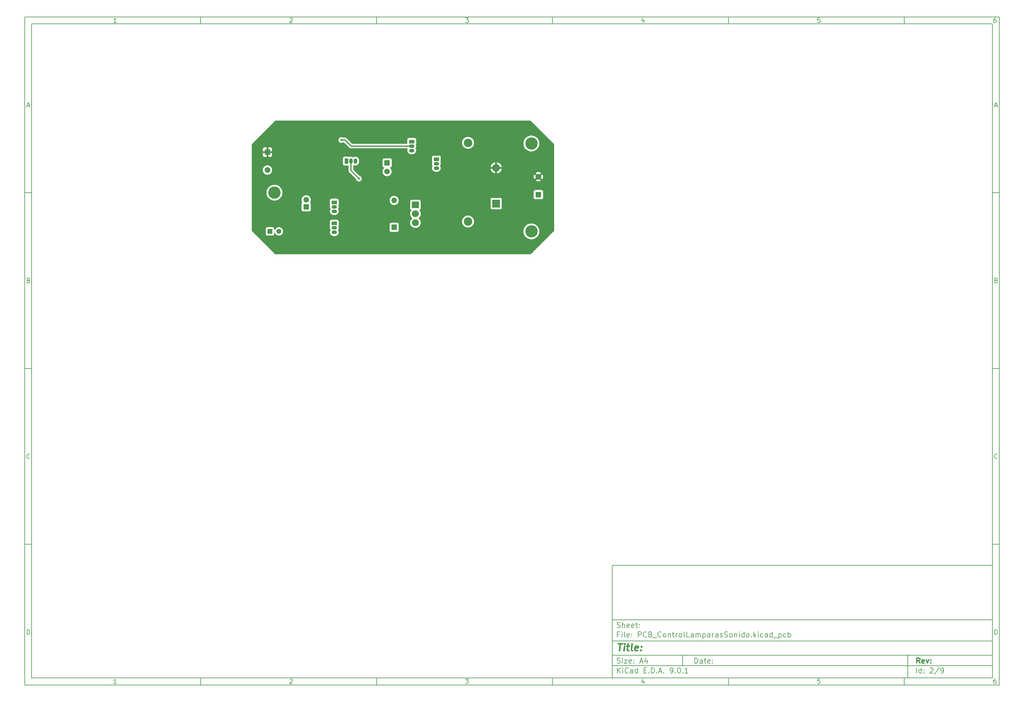
<source format=gbr>
%TF.GenerationSoftware,KiCad,Pcbnew,9.0.1*%
%TF.CreationDate,2025-04-21T16:50:23+01:00*%
%TF.ProjectId,PCB_ControlLamparasSonido,5043425f-436f-46e7-9472-6f6c4c616d70,rev?*%
%TF.SameCoordinates,Original*%
%TF.FileFunction,Copper,L2,Bot*%
%TF.FilePolarity,Positive*%
%FSLAX46Y46*%
G04 Gerber Fmt 4.6, Leading zero omitted, Abs format (unit mm)*
G04 Created by KiCad (PCBNEW 9.0.1) date 2025-04-21 16:50:23*
%MOMM*%
%LPD*%
G01*
G04 APERTURE LIST*
%ADD10C,0.100000*%
%ADD11C,0.150000*%
%ADD12C,0.300000*%
%ADD13C,0.400000*%
%TA.AperFunction,ComponentPad*%
%ADD14R,2.000000X1.905000*%
%TD*%
%TA.AperFunction,ComponentPad*%
%ADD15O,2.000000X1.905000*%
%TD*%
%TA.AperFunction,ComponentPad*%
%ADD16C,3.500000*%
%TD*%
%TA.AperFunction,ComponentPad*%
%ADD17R,1.500000X1.050000*%
%TD*%
%TA.AperFunction,ComponentPad*%
%ADD18O,1.500000X1.050000*%
%TD*%
%TA.AperFunction,ComponentPad*%
%ADD19R,1.378000X1.378000*%
%TD*%
%TA.AperFunction,ComponentPad*%
%ADD20C,1.378000*%
%TD*%
%TA.AperFunction,ComponentPad*%
%ADD21R,1.650000X1.650000*%
%TD*%
%TA.AperFunction,ComponentPad*%
%ADD22C,1.650000*%
%TD*%
%TA.AperFunction,ComponentPad*%
%ADD23R,2.200000X2.200000*%
%TD*%
%TA.AperFunction,ComponentPad*%
%ADD24O,2.200000X2.200000*%
%TD*%
%TA.AperFunction,ComponentPad*%
%ADD25R,1.600000X1.600000*%
%TD*%
%TA.AperFunction,ComponentPad*%
%ADD26C,1.600000*%
%TD*%
%TA.AperFunction,ComponentPad*%
%ADD27O,1.600000X1.600000*%
%TD*%
%TA.AperFunction,ComponentPad*%
%ADD28C,2.400000*%
%TD*%
%TA.AperFunction,ComponentPad*%
%ADD29O,2.400000X2.400000*%
%TD*%
%TA.AperFunction,ComponentPad*%
%ADD30R,1.050000X1.500000*%
%TD*%
%TA.AperFunction,ComponentPad*%
%ADD31O,1.050000X1.500000*%
%TD*%
%TA.AperFunction,ViaPad*%
%ADD32C,0.600000*%
%TD*%
%TA.AperFunction,Conductor*%
%ADD33C,0.300000*%
%TD*%
G04 APERTURE END LIST*
D10*
D11*
X177002200Y-166007200D02*
X285002200Y-166007200D01*
X285002200Y-198007200D01*
X177002200Y-198007200D01*
X177002200Y-166007200D01*
D10*
D11*
X10000000Y-10000000D02*
X287002200Y-10000000D01*
X287002200Y-200007200D01*
X10000000Y-200007200D01*
X10000000Y-10000000D01*
D10*
D11*
X12000000Y-12000000D02*
X285002200Y-12000000D01*
X285002200Y-198007200D01*
X12000000Y-198007200D01*
X12000000Y-12000000D01*
D10*
D11*
X60000000Y-12000000D02*
X60000000Y-10000000D01*
D10*
D11*
X110000000Y-12000000D02*
X110000000Y-10000000D01*
D10*
D11*
X160000000Y-12000000D02*
X160000000Y-10000000D01*
D10*
D11*
X210000000Y-12000000D02*
X210000000Y-10000000D01*
D10*
D11*
X260000000Y-12000000D02*
X260000000Y-10000000D01*
D10*
D11*
X36089160Y-11593604D02*
X35346303Y-11593604D01*
X35717731Y-11593604D02*
X35717731Y-10293604D01*
X35717731Y-10293604D02*
X35593922Y-10479319D01*
X35593922Y-10479319D02*
X35470112Y-10603128D01*
X35470112Y-10603128D02*
X35346303Y-10665033D01*
D10*
D11*
X85346303Y-10417414D02*
X85408207Y-10355509D01*
X85408207Y-10355509D02*
X85532017Y-10293604D01*
X85532017Y-10293604D02*
X85841541Y-10293604D01*
X85841541Y-10293604D02*
X85965350Y-10355509D01*
X85965350Y-10355509D02*
X86027255Y-10417414D01*
X86027255Y-10417414D02*
X86089160Y-10541223D01*
X86089160Y-10541223D02*
X86089160Y-10665033D01*
X86089160Y-10665033D02*
X86027255Y-10850747D01*
X86027255Y-10850747D02*
X85284398Y-11593604D01*
X85284398Y-11593604D02*
X86089160Y-11593604D01*
D10*
D11*
X135284398Y-10293604D02*
X136089160Y-10293604D01*
X136089160Y-10293604D02*
X135655826Y-10788842D01*
X135655826Y-10788842D02*
X135841541Y-10788842D01*
X135841541Y-10788842D02*
X135965350Y-10850747D01*
X135965350Y-10850747D02*
X136027255Y-10912652D01*
X136027255Y-10912652D02*
X136089160Y-11036461D01*
X136089160Y-11036461D02*
X136089160Y-11345985D01*
X136089160Y-11345985D02*
X136027255Y-11469795D01*
X136027255Y-11469795D02*
X135965350Y-11531700D01*
X135965350Y-11531700D02*
X135841541Y-11593604D01*
X135841541Y-11593604D02*
X135470112Y-11593604D01*
X135470112Y-11593604D02*
X135346303Y-11531700D01*
X135346303Y-11531700D02*
X135284398Y-11469795D01*
D10*
D11*
X185965350Y-10726938D02*
X185965350Y-11593604D01*
X185655826Y-10231700D02*
X185346303Y-11160271D01*
X185346303Y-11160271D02*
X186151064Y-11160271D01*
D10*
D11*
X236027255Y-10293604D02*
X235408207Y-10293604D01*
X235408207Y-10293604D02*
X235346303Y-10912652D01*
X235346303Y-10912652D02*
X235408207Y-10850747D01*
X235408207Y-10850747D02*
X235532017Y-10788842D01*
X235532017Y-10788842D02*
X235841541Y-10788842D01*
X235841541Y-10788842D02*
X235965350Y-10850747D01*
X235965350Y-10850747D02*
X236027255Y-10912652D01*
X236027255Y-10912652D02*
X236089160Y-11036461D01*
X236089160Y-11036461D02*
X236089160Y-11345985D01*
X236089160Y-11345985D02*
X236027255Y-11469795D01*
X236027255Y-11469795D02*
X235965350Y-11531700D01*
X235965350Y-11531700D02*
X235841541Y-11593604D01*
X235841541Y-11593604D02*
X235532017Y-11593604D01*
X235532017Y-11593604D02*
X235408207Y-11531700D01*
X235408207Y-11531700D02*
X235346303Y-11469795D01*
D10*
D11*
X285965350Y-10293604D02*
X285717731Y-10293604D01*
X285717731Y-10293604D02*
X285593922Y-10355509D01*
X285593922Y-10355509D02*
X285532017Y-10417414D01*
X285532017Y-10417414D02*
X285408207Y-10603128D01*
X285408207Y-10603128D02*
X285346303Y-10850747D01*
X285346303Y-10850747D02*
X285346303Y-11345985D01*
X285346303Y-11345985D02*
X285408207Y-11469795D01*
X285408207Y-11469795D02*
X285470112Y-11531700D01*
X285470112Y-11531700D02*
X285593922Y-11593604D01*
X285593922Y-11593604D02*
X285841541Y-11593604D01*
X285841541Y-11593604D02*
X285965350Y-11531700D01*
X285965350Y-11531700D02*
X286027255Y-11469795D01*
X286027255Y-11469795D02*
X286089160Y-11345985D01*
X286089160Y-11345985D02*
X286089160Y-11036461D01*
X286089160Y-11036461D02*
X286027255Y-10912652D01*
X286027255Y-10912652D02*
X285965350Y-10850747D01*
X285965350Y-10850747D02*
X285841541Y-10788842D01*
X285841541Y-10788842D02*
X285593922Y-10788842D01*
X285593922Y-10788842D02*
X285470112Y-10850747D01*
X285470112Y-10850747D02*
X285408207Y-10912652D01*
X285408207Y-10912652D02*
X285346303Y-11036461D01*
D10*
D11*
X60000000Y-198007200D02*
X60000000Y-200007200D01*
D10*
D11*
X110000000Y-198007200D02*
X110000000Y-200007200D01*
D10*
D11*
X160000000Y-198007200D02*
X160000000Y-200007200D01*
D10*
D11*
X210000000Y-198007200D02*
X210000000Y-200007200D01*
D10*
D11*
X260000000Y-198007200D02*
X260000000Y-200007200D01*
D10*
D11*
X36089160Y-199600804D02*
X35346303Y-199600804D01*
X35717731Y-199600804D02*
X35717731Y-198300804D01*
X35717731Y-198300804D02*
X35593922Y-198486519D01*
X35593922Y-198486519D02*
X35470112Y-198610328D01*
X35470112Y-198610328D02*
X35346303Y-198672233D01*
D10*
D11*
X85346303Y-198424614D02*
X85408207Y-198362709D01*
X85408207Y-198362709D02*
X85532017Y-198300804D01*
X85532017Y-198300804D02*
X85841541Y-198300804D01*
X85841541Y-198300804D02*
X85965350Y-198362709D01*
X85965350Y-198362709D02*
X86027255Y-198424614D01*
X86027255Y-198424614D02*
X86089160Y-198548423D01*
X86089160Y-198548423D02*
X86089160Y-198672233D01*
X86089160Y-198672233D02*
X86027255Y-198857947D01*
X86027255Y-198857947D02*
X85284398Y-199600804D01*
X85284398Y-199600804D02*
X86089160Y-199600804D01*
D10*
D11*
X135284398Y-198300804D02*
X136089160Y-198300804D01*
X136089160Y-198300804D02*
X135655826Y-198796042D01*
X135655826Y-198796042D02*
X135841541Y-198796042D01*
X135841541Y-198796042D02*
X135965350Y-198857947D01*
X135965350Y-198857947D02*
X136027255Y-198919852D01*
X136027255Y-198919852D02*
X136089160Y-199043661D01*
X136089160Y-199043661D02*
X136089160Y-199353185D01*
X136089160Y-199353185D02*
X136027255Y-199476995D01*
X136027255Y-199476995D02*
X135965350Y-199538900D01*
X135965350Y-199538900D02*
X135841541Y-199600804D01*
X135841541Y-199600804D02*
X135470112Y-199600804D01*
X135470112Y-199600804D02*
X135346303Y-199538900D01*
X135346303Y-199538900D02*
X135284398Y-199476995D01*
D10*
D11*
X185965350Y-198734138D02*
X185965350Y-199600804D01*
X185655826Y-198238900D02*
X185346303Y-199167471D01*
X185346303Y-199167471D02*
X186151064Y-199167471D01*
D10*
D11*
X236027255Y-198300804D02*
X235408207Y-198300804D01*
X235408207Y-198300804D02*
X235346303Y-198919852D01*
X235346303Y-198919852D02*
X235408207Y-198857947D01*
X235408207Y-198857947D02*
X235532017Y-198796042D01*
X235532017Y-198796042D02*
X235841541Y-198796042D01*
X235841541Y-198796042D02*
X235965350Y-198857947D01*
X235965350Y-198857947D02*
X236027255Y-198919852D01*
X236027255Y-198919852D02*
X236089160Y-199043661D01*
X236089160Y-199043661D02*
X236089160Y-199353185D01*
X236089160Y-199353185D02*
X236027255Y-199476995D01*
X236027255Y-199476995D02*
X235965350Y-199538900D01*
X235965350Y-199538900D02*
X235841541Y-199600804D01*
X235841541Y-199600804D02*
X235532017Y-199600804D01*
X235532017Y-199600804D02*
X235408207Y-199538900D01*
X235408207Y-199538900D02*
X235346303Y-199476995D01*
D10*
D11*
X285965350Y-198300804D02*
X285717731Y-198300804D01*
X285717731Y-198300804D02*
X285593922Y-198362709D01*
X285593922Y-198362709D02*
X285532017Y-198424614D01*
X285532017Y-198424614D02*
X285408207Y-198610328D01*
X285408207Y-198610328D02*
X285346303Y-198857947D01*
X285346303Y-198857947D02*
X285346303Y-199353185D01*
X285346303Y-199353185D02*
X285408207Y-199476995D01*
X285408207Y-199476995D02*
X285470112Y-199538900D01*
X285470112Y-199538900D02*
X285593922Y-199600804D01*
X285593922Y-199600804D02*
X285841541Y-199600804D01*
X285841541Y-199600804D02*
X285965350Y-199538900D01*
X285965350Y-199538900D02*
X286027255Y-199476995D01*
X286027255Y-199476995D02*
X286089160Y-199353185D01*
X286089160Y-199353185D02*
X286089160Y-199043661D01*
X286089160Y-199043661D02*
X286027255Y-198919852D01*
X286027255Y-198919852D02*
X285965350Y-198857947D01*
X285965350Y-198857947D02*
X285841541Y-198796042D01*
X285841541Y-198796042D02*
X285593922Y-198796042D01*
X285593922Y-198796042D02*
X285470112Y-198857947D01*
X285470112Y-198857947D02*
X285408207Y-198919852D01*
X285408207Y-198919852D02*
X285346303Y-199043661D01*
D10*
D11*
X10000000Y-60000000D02*
X12000000Y-60000000D01*
D10*
D11*
X10000000Y-110000000D02*
X12000000Y-110000000D01*
D10*
D11*
X10000000Y-160000000D02*
X12000000Y-160000000D01*
D10*
D11*
X10690476Y-35222176D02*
X11309523Y-35222176D01*
X10566666Y-35593604D02*
X10999999Y-34293604D01*
X10999999Y-34293604D02*
X11433333Y-35593604D01*
D10*
D11*
X11092857Y-84912652D02*
X11278571Y-84974557D01*
X11278571Y-84974557D02*
X11340476Y-85036461D01*
X11340476Y-85036461D02*
X11402380Y-85160271D01*
X11402380Y-85160271D02*
X11402380Y-85345985D01*
X11402380Y-85345985D02*
X11340476Y-85469795D01*
X11340476Y-85469795D02*
X11278571Y-85531700D01*
X11278571Y-85531700D02*
X11154761Y-85593604D01*
X11154761Y-85593604D02*
X10659523Y-85593604D01*
X10659523Y-85593604D02*
X10659523Y-84293604D01*
X10659523Y-84293604D02*
X11092857Y-84293604D01*
X11092857Y-84293604D02*
X11216666Y-84355509D01*
X11216666Y-84355509D02*
X11278571Y-84417414D01*
X11278571Y-84417414D02*
X11340476Y-84541223D01*
X11340476Y-84541223D02*
X11340476Y-84665033D01*
X11340476Y-84665033D02*
X11278571Y-84788842D01*
X11278571Y-84788842D02*
X11216666Y-84850747D01*
X11216666Y-84850747D02*
X11092857Y-84912652D01*
X11092857Y-84912652D02*
X10659523Y-84912652D01*
D10*
D11*
X11402380Y-135469795D02*
X11340476Y-135531700D01*
X11340476Y-135531700D02*
X11154761Y-135593604D01*
X11154761Y-135593604D02*
X11030952Y-135593604D01*
X11030952Y-135593604D02*
X10845238Y-135531700D01*
X10845238Y-135531700D02*
X10721428Y-135407890D01*
X10721428Y-135407890D02*
X10659523Y-135284080D01*
X10659523Y-135284080D02*
X10597619Y-135036461D01*
X10597619Y-135036461D02*
X10597619Y-134850747D01*
X10597619Y-134850747D02*
X10659523Y-134603128D01*
X10659523Y-134603128D02*
X10721428Y-134479319D01*
X10721428Y-134479319D02*
X10845238Y-134355509D01*
X10845238Y-134355509D02*
X11030952Y-134293604D01*
X11030952Y-134293604D02*
X11154761Y-134293604D01*
X11154761Y-134293604D02*
X11340476Y-134355509D01*
X11340476Y-134355509D02*
X11402380Y-134417414D01*
D10*
D11*
X10659523Y-185593604D02*
X10659523Y-184293604D01*
X10659523Y-184293604D02*
X10969047Y-184293604D01*
X10969047Y-184293604D02*
X11154761Y-184355509D01*
X11154761Y-184355509D02*
X11278571Y-184479319D01*
X11278571Y-184479319D02*
X11340476Y-184603128D01*
X11340476Y-184603128D02*
X11402380Y-184850747D01*
X11402380Y-184850747D02*
X11402380Y-185036461D01*
X11402380Y-185036461D02*
X11340476Y-185284080D01*
X11340476Y-185284080D02*
X11278571Y-185407890D01*
X11278571Y-185407890D02*
X11154761Y-185531700D01*
X11154761Y-185531700D02*
X10969047Y-185593604D01*
X10969047Y-185593604D02*
X10659523Y-185593604D01*
D10*
D11*
X287002200Y-60000000D02*
X285002200Y-60000000D01*
D10*
D11*
X287002200Y-110000000D02*
X285002200Y-110000000D01*
D10*
D11*
X287002200Y-160000000D02*
X285002200Y-160000000D01*
D10*
D11*
X285692676Y-35222176D02*
X286311723Y-35222176D01*
X285568866Y-35593604D02*
X286002199Y-34293604D01*
X286002199Y-34293604D02*
X286435533Y-35593604D01*
D10*
D11*
X286095057Y-84912652D02*
X286280771Y-84974557D01*
X286280771Y-84974557D02*
X286342676Y-85036461D01*
X286342676Y-85036461D02*
X286404580Y-85160271D01*
X286404580Y-85160271D02*
X286404580Y-85345985D01*
X286404580Y-85345985D02*
X286342676Y-85469795D01*
X286342676Y-85469795D02*
X286280771Y-85531700D01*
X286280771Y-85531700D02*
X286156961Y-85593604D01*
X286156961Y-85593604D02*
X285661723Y-85593604D01*
X285661723Y-85593604D02*
X285661723Y-84293604D01*
X285661723Y-84293604D02*
X286095057Y-84293604D01*
X286095057Y-84293604D02*
X286218866Y-84355509D01*
X286218866Y-84355509D02*
X286280771Y-84417414D01*
X286280771Y-84417414D02*
X286342676Y-84541223D01*
X286342676Y-84541223D02*
X286342676Y-84665033D01*
X286342676Y-84665033D02*
X286280771Y-84788842D01*
X286280771Y-84788842D02*
X286218866Y-84850747D01*
X286218866Y-84850747D02*
X286095057Y-84912652D01*
X286095057Y-84912652D02*
X285661723Y-84912652D01*
D10*
D11*
X286404580Y-135469795D02*
X286342676Y-135531700D01*
X286342676Y-135531700D02*
X286156961Y-135593604D01*
X286156961Y-135593604D02*
X286033152Y-135593604D01*
X286033152Y-135593604D02*
X285847438Y-135531700D01*
X285847438Y-135531700D02*
X285723628Y-135407890D01*
X285723628Y-135407890D02*
X285661723Y-135284080D01*
X285661723Y-135284080D02*
X285599819Y-135036461D01*
X285599819Y-135036461D02*
X285599819Y-134850747D01*
X285599819Y-134850747D02*
X285661723Y-134603128D01*
X285661723Y-134603128D02*
X285723628Y-134479319D01*
X285723628Y-134479319D02*
X285847438Y-134355509D01*
X285847438Y-134355509D02*
X286033152Y-134293604D01*
X286033152Y-134293604D02*
X286156961Y-134293604D01*
X286156961Y-134293604D02*
X286342676Y-134355509D01*
X286342676Y-134355509D02*
X286404580Y-134417414D01*
D10*
D11*
X285661723Y-185593604D02*
X285661723Y-184293604D01*
X285661723Y-184293604D02*
X285971247Y-184293604D01*
X285971247Y-184293604D02*
X286156961Y-184355509D01*
X286156961Y-184355509D02*
X286280771Y-184479319D01*
X286280771Y-184479319D02*
X286342676Y-184603128D01*
X286342676Y-184603128D02*
X286404580Y-184850747D01*
X286404580Y-184850747D02*
X286404580Y-185036461D01*
X286404580Y-185036461D02*
X286342676Y-185284080D01*
X286342676Y-185284080D02*
X286280771Y-185407890D01*
X286280771Y-185407890D02*
X286156961Y-185531700D01*
X286156961Y-185531700D02*
X285971247Y-185593604D01*
X285971247Y-185593604D02*
X285661723Y-185593604D01*
D10*
D11*
X200458026Y-193793328D02*
X200458026Y-192293328D01*
X200458026Y-192293328D02*
X200815169Y-192293328D01*
X200815169Y-192293328D02*
X201029455Y-192364757D01*
X201029455Y-192364757D02*
X201172312Y-192507614D01*
X201172312Y-192507614D02*
X201243741Y-192650471D01*
X201243741Y-192650471D02*
X201315169Y-192936185D01*
X201315169Y-192936185D02*
X201315169Y-193150471D01*
X201315169Y-193150471D02*
X201243741Y-193436185D01*
X201243741Y-193436185D02*
X201172312Y-193579042D01*
X201172312Y-193579042D02*
X201029455Y-193721900D01*
X201029455Y-193721900D02*
X200815169Y-193793328D01*
X200815169Y-193793328D02*
X200458026Y-193793328D01*
X202600884Y-193793328D02*
X202600884Y-193007614D01*
X202600884Y-193007614D02*
X202529455Y-192864757D01*
X202529455Y-192864757D02*
X202386598Y-192793328D01*
X202386598Y-192793328D02*
X202100884Y-192793328D01*
X202100884Y-192793328D02*
X201958026Y-192864757D01*
X202600884Y-193721900D02*
X202458026Y-193793328D01*
X202458026Y-193793328D02*
X202100884Y-193793328D01*
X202100884Y-193793328D02*
X201958026Y-193721900D01*
X201958026Y-193721900D02*
X201886598Y-193579042D01*
X201886598Y-193579042D02*
X201886598Y-193436185D01*
X201886598Y-193436185D02*
X201958026Y-193293328D01*
X201958026Y-193293328D02*
X202100884Y-193221900D01*
X202100884Y-193221900D02*
X202458026Y-193221900D01*
X202458026Y-193221900D02*
X202600884Y-193150471D01*
X203100884Y-192793328D02*
X203672312Y-192793328D01*
X203315169Y-192293328D02*
X203315169Y-193579042D01*
X203315169Y-193579042D02*
X203386598Y-193721900D01*
X203386598Y-193721900D02*
X203529455Y-193793328D01*
X203529455Y-193793328D02*
X203672312Y-193793328D01*
X204743741Y-193721900D02*
X204600884Y-193793328D01*
X204600884Y-193793328D02*
X204315170Y-193793328D01*
X204315170Y-193793328D02*
X204172312Y-193721900D01*
X204172312Y-193721900D02*
X204100884Y-193579042D01*
X204100884Y-193579042D02*
X204100884Y-193007614D01*
X204100884Y-193007614D02*
X204172312Y-192864757D01*
X204172312Y-192864757D02*
X204315170Y-192793328D01*
X204315170Y-192793328D02*
X204600884Y-192793328D01*
X204600884Y-192793328D02*
X204743741Y-192864757D01*
X204743741Y-192864757D02*
X204815170Y-193007614D01*
X204815170Y-193007614D02*
X204815170Y-193150471D01*
X204815170Y-193150471D02*
X204100884Y-193293328D01*
X205458026Y-193650471D02*
X205529455Y-193721900D01*
X205529455Y-193721900D02*
X205458026Y-193793328D01*
X205458026Y-193793328D02*
X205386598Y-193721900D01*
X205386598Y-193721900D02*
X205458026Y-193650471D01*
X205458026Y-193650471D02*
X205458026Y-193793328D01*
X205458026Y-192864757D02*
X205529455Y-192936185D01*
X205529455Y-192936185D02*
X205458026Y-193007614D01*
X205458026Y-193007614D02*
X205386598Y-192936185D01*
X205386598Y-192936185D02*
X205458026Y-192864757D01*
X205458026Y-192864757D02*
X205458026Y-193007614D01*
D10*
D11*
X177002200Y-194507200D02*
X285002200Y-194507200D01*
D10*
D11*
X178458026Y-196593328D02*
X178458026Y-195093328D01*
X179315169Y-196593328D02*
X178672312Y-195736185D01*
X179315169Y-195093328D02*
X178458026Y-195950471D01*
X179958026Y-196593328D02*
X179958026Y-195593328D01*
X179958026Y-195093328D02*
X179886598Y-195164757D01*
X179886598Y-195164757D02*
X179958026Y-195236185D01*
X179958026Y-195236185D02*
X180029455Y-195164757D01*
X180029455Y-195164757D02*
X179958026Y-195093328D01*
X179958026Y-195093328D02*
X179958026Y-195236185D01*
X181529455Y-196450471D02*
X181458027Y-196521900D01*
X181458027Y-196521900D02*
X181243741Y-196593328D01*
X181243741Y-196593328D02*
X181100884Y-196593328D01*
X181100884Y-196593328D02*
X180886598Y-196521900D01*
X180886598Y-196521900D02*
X180743741Y-196379042D01*
X180743741Y-196379042D02*
X180672312Y-196236185D01*
X180672312Y-196236185D02*
X180600884Y-195950471D01*
X180600884Y-195950471D02*
X180600884Y-195736185D01*
X180600884Y-195736185D02*
X180672312Y-195450471D01*
X180672312Y-195450471D02*
X180743741Y-195307614D01*
X180743741Y-195307614D02*
X180886598Y-195164757D01*
X180886598Y-195164757D02*
X181100884Y-195093328D01*
X181100884Y-195093328D02*
X181243741Y-195093328D01*
X181243741Y-195093328D02*
X181458027Y-195164757D01*
X181458027Y-195164757D02*
X181529455Y-195236185D01*
X182815170Y-196593328D02*
X182815170Y-195807614D01*
X182815170Y-195807614D02*
X182743741Y-195664757D01*
X182743741Y-195664757D02*
X182600884Y-195593328D01*
X182600884Y-195593328D02*
X182315170Y-195593328D01*
X182315170Y-195593328D02*
X182172312Y-195664757D01*
X182815170Y-196521900D02*
X182672312Y-196593328D01*
X182672312Y-196593328D02*
X182315170Y-196593328D01*
X182315170Y-196593328D02*
X182172312Y-196521900D01*
X182172312Y-196521900D02*
X182100884Y-196379042D01*
X182100884Y-196379042D02*
X182100884Y-196236185D01*
X182100884Y-196236185D02*
X182172312Y-196093328D01*
X182172312Y-196093328D02*
X182315170Y-196021900D01*
X182315170Y-196021900D02*
X182672312Y-196021900D01*
X182672312Y-196021900D02*
X182815170Y-195950471D01*
X184172313Y-196593328D02*
X184172313Y-195093328D01*
X184172313Y-196521900D02*
X184029455Y-196593328D01*
X184029455Y-196593328D02*
X183743741Y-196593328D01*
X183743741Y-196593328D02*
X183600884Y-196521900D01*
X183600884Y-196521900D02*
X183529455Y-196450471D01*
X183529455Y-196450471D02*
X183458027Y-196307614D01*
X183458027Y-196307614D02*
X183458027Y-195879042D01*
X183458027Y-195879042D02*
X183529455Y-195736185D01*
X183529455Y-195736185D02*
X183600884Y-195664757D01*
X183600884Y-195664757D02*
X183743741Y-195593328D01*
X183743741Y-195593328D02*
X184029455Y-195593328D01*
X184029455Y-195593328D02*
X184172313Y-195664757D01*
X186029455Y-195807614D02*
X186529455Y-195807614D01*
X186743741Y-196593328D02*
X186029455Y-196593328D01*
X186029455Y-196593328D02*
X186029455Y-195093328D01*
X186029455Y-195093328D02*
X186743741Y-195093328D01*
X187386598Y-196450471D02*
X187458027Y-196521900D01*
X187458027Y-196521900D02*
X187386598Y-196593328D01*
X187386598Y-196593328D02*
X187315170Y-196521900D01*
X187315170Y-196521900D02*
X187386598Y-196450471D01*
X187386598Y-196450471D02*
X187386598Y-196593328D01*
X188100884Y-196593328D02*
X188100884Y-195093328D01*
X188100884Y-195093328D02*
X188458027Y-195093328D01*
X188458027Y-195093328D02*
X188672313Y-195164757D01*
X188672313Y-195164757D02*
X188815170Y-195307614D01*
X188815170Y-195307614D02*
X188886599Y-195450471D01*
X188886599Y-195450471D02*
X188958027Y-195736185D01*
X188958027Y-195736185D02*
X188958027Y-195950471D01*
X188958027Y-195950471D02*
X188886599Y-196236185D01*
X188886599Y-196236185D02*
X188815170Y-196379042D01*
X188815170Y-196379042D02*
X188672313Y-196521900D01*
X188672313Y-196521900D02*
X188458027Y-196593328D01*
X188458027Y-196593328D02*
X188100884Y-196593328D01*
X189600884Y-196450471D02*
X189672313Y-196521900D01*
X189672313Y-196521900D02*
X189600884Y-196593328D01*
X189600884Y-196593328D02*
X189529456Y-196521900D01*
X189529456Y-196521900D02*
X189600884Y-196450471D01*
X189600884Y-196450471D02*
X189600884Y-196593328D01*
X190243742Y-196164757D02*
X190958028Y-196164757D01*
X190100885Y-196593328D02*
X190600885Y-195093328D01*
X190600885Y-195093328D02*
X191100885Y-196593328D01*
X191600884Y-196450471D02*
X191672313Y-196521900D01*
X191672313Y-196521900D02*
X191600884Y-196593328D01*
X191600884Y-196593328D02*
X191529456Y-196521900D01*
X191529456Y-196521900D02*
X191600884Y-196450471D01*
X191600884Y-196450471D02*
X191600884Y-196593328D01*
X193529456Y-196593328D02*
X193815170Y-196593328D01*
X193815170Y-196593328D02*
X193958027Y-196521900D01*
X193958027Y-196521900D02*
X194029456Y-196450471D01*
X194029456Y-196450471D02*
X194172313Y-196236185D01*
X194172313Y-196236185D02*
X194243742Y-195950471D01*
X194243742Y-195950471D02*
X194243742Y-195379042D01*
X194243742Y-195379042D02*
X194172313Y-195236185D01*
X194172313Y-195236185D02*
X194100885Y-195164757D01*
X194100885Y-195164757D02*
X193958027Y-195093328D01*
X193958027Y-195093328D02*
X193672313Y-195093328D01*
X193672313Y-195093328D02*
X193529456Y-195164757D01*
X193529456Y-195164757D02*
X193458027Y-195236185D01*
X193458027Y-195236185D02*
X193386599Y-195379042D01*
X193386599Y-195379042D02*
X193386599Y-195736185D01*
X193386599Y-195736185D02*
X193458027Y-195879042D01*
X193458027Y-195879042D02*
X193529456Y-195950471D01*
X193529456Y-195950471D02*
X193672313Y-196021900D01*
X193672313Y-196021900D02*
X193958027Y-196021900D01*
X193958027Y-196021900D02*
X194100885Y-195950471D01*
X194100885Y-195950471D02*
X194172313Y-195879042D01*
X194172313Y-195879042D02*
X194243742Y-195736185D01*
X194886598Y-196450471D02*
X194958027Y-196521900D01*
X194958027Y-196521900D02*
X194886598Y-196593328D01*
X194886598Y-196593328D02*
X194815170Y-196521900D01*
X194815170Y-196521900D02*
X194886598Y-196450471D01*
X194886598Y-196450471D02*
X194886598Y-196593328D01*
X195886599Y-195093328D02*
X196029456Y-195093328D01*
X196029456Y-195093328D02*
X196172313Y-195164757D01*
X196172313Y-195164757D02*
X196243742Y-195236185D01*
X196243742Y-195236185D02*
X196315170Y-195379042D01*
X196315170Y-195379042D02*
X196386599Y-195664757D01*
X196386599Y-195664757D02*
X196386599Y-196021900D01*
X196386599Y-196021900D02*
X196315170Y-196307614D01*
X196315170Y-196307614D02*
X196243742Y-196450471D01*
X196243742Y-196450471D02*
X196172313Y-196521900D01*
X196172313Y-196521900D02*
X196029456Y-196593328D01*
X196029456Y-196593328D02*
X195886599Y-196593328D01*
X195886599Y-196593328D02*
X195743742Y-196521900D01*
X195743742Y-196521900D02*
X195672313Y-196450471D01*
X195672313Y-196450471D02*
X195600884Y-196307614D01*
X195600884Y-196307614D02*
X195529456Y-196021900D01*
X195529456Y-196021900D02*
X195529456Y-195664757D01*
X195529456Y-195664757D02*
X195600884Y-195379042D01*
X195600884Y-195379042D02*
X195672313Y-195236185D01*
X195672313Y-195236185D02*
X195743742Y-195164757D01*
X195743742Y-195164757D02*
X195886599Y-195093328D01*
X197029455Y-196450471D02*
X197100884Y-196521900D01*
X197100884Y-196521900D02*
X197029455Y-196593328D01*
X197029455Y-196593328D02*
X196958027Y-196521900D01*
X196958027Y-196521900D02*
X197029455Y-196450471D01*
X197029455Y-196450471D02*
X197029455Y-196593328D01*
X198529456Y-196593328D02*
X197672313Y-196593328D01*
X198100884Y-196593328D02*
X198100884Y-195093328D01*
X198100884Y-195093328D02*
X197958027Y-195307614D01*
X197958027Y-195307614D02*
X197815170Y-195450471D01*
X197815170Y-195450471D02*
X197672313Y-195521900D01*
D10*
D11*
X177002200Y-191507200D02*
X285002200Y-191507200D01*
D10*
D12*
X264413853Y-193785528D02*
X263913853Y-193071242D01*
X263556710Y-193785528D02*
X263556710Y-192285528D01*
X263556710Y-192285528D02*
X264128139Y-192285528D01*
X264128139Y-192285528D02*
X264270996Y-192356957D01*
X264270996Y-192356957D02*
X264342425Y-192428385D01*
X264342425Y-192428385D02*
X264413853Y-192571242D01*
X264413853Y-192571242D02*
X264413853Y-192785528D01*
X264413853Y-192785528D02*
X264342425Y-192928385D01*
X264342425Y-192928385D02*
X264270996Y-192999814D01*
X264270996Y-192999814D02*
X264128139Y-193071242D01*
X264128139Y-193071242D02*
X263556710Y-193071242D01*
X265628139Y-193714100D02*
X265485282Y-193785528D01*
X265485282Y-193785528D02*
X265199568Y-193785528D01*
X265199568Y-193785528D02*
X265056710Y-193714100D01*
X265056710Y-193714100D02*
X264985282Y-193571242D01*
X264985282Y-193571242D02*
X264985282Y-192999814D01*
X264985282Y-192999814D02*
X265056710Y-192856957D01*
X265056710Y-192856957D02*
X265199568Y-192785528D01*
X265199568Y-192785528D02*
X265485282Y-192785528D01*
X265485282Y-192785528D02*
X265628139Y-192856957D01*
X265628139Y-192856957D02*
X265699568Y-192999814D01*
X265699568Y-192999814D02*
X265699568Y-193142671D01*
X265699568Y-193142671D02*
X264985282Y-193285528D01*
X266199567Y-192785528D02*
X266556710Y-193785528D01*
X266556710Y-193785528D02*
X266913853Y-192785528D01*
X267485281Y-193642671D02*
X267556710Y-193714100D01*
X267556710Y-193714100D02*
X267485281Y-193785528D01*
X267485281Y-193785528D02*
X267413853Y-193714100D01*
X267413853Y-193714100D02*
X267485281Y-193642671D01*
X267485281Y-193642671D02*
X267485281Y-193785528D01*
X267485281Y-192856957D02*
X267556710Y-192928385D01*
X267556710Y-192928385D02*
X267485281Y-192999814D01*
X267485281Y-192999814D02*
X267413853Y-192928385D01*
X267413853Y-192928385D02*
X267485281Y-192856957D01*
X267485281Y-192856957D02*
X267485281Y-192999814D01*
D10*
D11*
X178386598Y-193721900D02*
X178600884Y-193793328D01*
X178600884Y-193793328D02*
X178958026Y-193793328D01*
X178958026Y-193793328D02*
X179100884Y-193721900D01*
X179100884Y-193721900D02*
X179172312Y-193650471D01*
X179172312Y-193650471D02*
X179243741Y-193507614D01*
X179243741Y-193507614D02*
X179243741Y-193364757D01*
X179243741Y-193364757D02*
X179172312Y-193221900D01*
X179172312Y-193221900D02*
X179100884Y-193150471D01*
X179100884Y-193150471D02*
X178958026Y-193079042D01*
X178958026Y-193079042D02*
X178672312Y-193007614D01*
X178672312Y-193007614D02*
X178529455Y-192936185D01*
X178529455Y-192936185D02*
X178458026Y-192864757D01*
X178458026Y-192864757D02*
X178386598Y-192721900D01*
X178386598Y-192721900D02*
X178386598Y-192579042D01*
X178386598Y-192579042D02*
X178458026Y-192436185D01*
X178458026Y-192436185D02*
X178529455Y-192364757D01*
X178529455Y-192364757D02*
X178672312Y-192293328D01*
X178672312Y-192293328D02*
X179029455Y-192293328D01*
X179029455Y-192293328D02*
X179243741Y-192364757D01*
X179886597Y-193793328D02*
X179886597Y-192793328D01*
X179886597Y-192293328D02*
X179815169Y-192364757D01*
X179815169Y-192364757D02*
X179886597Y-192436185D01*
X179886597Y-192436185D02*
X179958026Y-192364757D01*
X179958026Y-192364757D02*
X179886597Y-192293328D01*
X179886597Y-192293328D02*
X179886597Y-192436185D01*
X180458026Y-192793328D02*
X181243741Y-192793328D01*
X181243741Y-192793328D02*
X180458026Y-193793328D01*
X180458026Y-193793328D02*
X181243741Y-193793328D01*
X182386598Y-193721900D02*
X182243741Y-193793328D01*
X182243741Y-193793328D02*
X181958027Y-193793328D01*
X181958027Y-193793328D02*
X181815169Y-193721900D01*
X181815169Y-193721900D02*
X181743741Y-193579042D01*
X181743741Y-193579042D02*
X181743741Y-193007614D01*
X181743741Y-193007614D02*
X181815169Y-192864757D01*
X181815169Y-192864757D02*
X181958027Y-192793328D01*
X181958027Y-192793328D02*
X182243741Y-192793328D01*
X182243741Y-192793328D02*
X182386598Y-192864757D01*
X182386598Y-192864757D02*
X182458027Y-193007614D01*
X182458027Y-193007614D02*
X182458027Y-193150471D01*
X182458027Y-193150471D02*
X181743741Y-193293328D01*
X183100883Y-193650471D02*
X183172312Y-193721900D01*
X183172312Y-193721900D02*
X183100883Y-193793328D01*
X183100883Y-193793328D02*
X183029455Y-193721900D01*
X183029455Y-193721900D02*
X183100883Y-193650471D01*
X183100883Y-193650471D02*
X183100883Y-193793328D01*
X183100883Y-192864757D02*
X183172312Y-192936185D01*
X183172312Y-192936185D02*
X183100883Y-193007614D01*
X183100883Y-193007614D02*
X183029455Y-192936185D01*
X183029455Y-192936185D02*
X183100883Y-192864757D01*
X183100883Y-192864757D02*
X183100883Y-193007614D01*
X184886598Y-193364757D02*
X185600884Y-193364757D01*
X184743741Y-193793328D02*
X185243741Y-192293328D01*
X185243741Y-192293328D02*
X185743741Y-193793328D01*
X186886598Y-192793328D02*
X186886598Y-193793328D01*
X186529455Y-192221900D02*
X186172312Y-193293328D01*
X186172312Y-193293328D02*
X187100883Y-193293328D01*
D10*
D11*
X263458026Y-196593328D02*
X263458026Y-195093328D01*
X264815170Y-196593328D02*
X264815170Y-195093328D01*
X264815170Y-196521900D02*
X264672312Y-196593328D01*
X264672312Y-196593328D02*
X264386598Y-196593328D01*
X264386598Y-196593328D02*
X264243741Y-196521900D01*
X264243741Y-196521900D02*
X264172312Y-196450471D01*
X264172312Y-196450471D02*
X264100884Y-196307614D01*
X264100884Y-196307614D02*
X264100884Y-195879042D01*
X264100884Y-195879042D02*
X264172312Y-195736185D01*
X264172312Y-195736185D02*
X264243741Y-195664757D01*
X264243741Y-195664757D02*
X264386598Y-195593328D01*
X264386598Y-195593328D02*
X264672312Y-195593328D01*
X264672312Y-195593328D02*
X264815170Y-195664757D01*
X265529455Y-196450471D02*
X265600884Y-196521900D01*
X265600884Y-196521900D02*
X265529455Y-196593328D01*
X265529455Y-196593328D02*
X265458027Y-196521900D01*
X265458027Y-196521900D02*
X265529455Y-196450471D01*
X265529455Y-196450471D02*
X265529455Y-196593328D01*
X265529455Y-195664757D02*
X265600884Y-195736185D01*
X265600884Y-195736185D02*
X265529455Y-195807614D01*
X265529455Y-195807614D02*
X265458027Y-195736185D01*
X265458027Y-195736185D02*
X265529455Y-195664757D01*
X265529455Y-195664757D02*
X265529455Y-195807614D01*
X267315170Y-195236185D02*
X267386598Y-195164757D01*
X267386598Y-195164757D02*
X267529456Y-195093328D01*
X267529456Y-195093328D02*
X267886598Y-195093328D01*
X267886598Y-195093328D02*
X268029456Y-195164757D01*
X268029456Y-195164757D02*
X268100884Y-195236185D01*
X268100884Y-195236185D02*
X268172313Y-195379042D01*
X268172313Y-195379042D02*
X268172313Y-195521900D01*
X268172313Y-195521900D02*
X268100884Y-195736185D01*
X268100884Y-195736185D02*
X267243741Y-196593328D01*
X267243741Y-196593328D02*
X268172313Y-196593328D01*
X269886598Y-195021900D02*
X268600884Y-196950471D01*
X270458027Y-196593328D02*
X270743741Y-196593328D01*
X270743741Y-196593328D02*
X270886598Y-196521900D01*
X270886598Y-196521900D02*
X270958027Y-196450471D01*
X270958027Y-196450471D02*
X271100884Y-196236185D01*
X271100884Y-196236185D02*
X271172313Y-195950471D01*
X271172313Y-195950471D02*
X271172313Y-195379042D01*
X271172313Y-195379042D02*
X271100884Y-195236185D01*
X271100884Y-195236185D02*
X271029456Y-195164757D01*
X271029456Y-195164757D02*
X270886598Y-195093328D01*
X270886598Y-195093328D02*
X270600884Y-195093328D01*
X270600884Y-195093328D02*
X270458027Y-195164757D01*
X270458027Y-195164757D02*
X270386598Y-195236185D01*
X270386598Y-195236185D02*
X270315170Y-195379042D01*
X270315170Y-195379042D02*
X270315170Y-195736185D01*
X270315170Y-195736185D02*
X270386598Y-195879042D01*
X270386598Y-195879042D02*
X270458027Y-195950471D01*
X270458027Y-195950471D02*
X270600884Y-196021900D01*
X270600884Y-196021900D02*
X270886598Y-196021900D01*
X270886598Y-196021900D02*
X271029456Y-195950471D01*
X271029456Y-195950471D02*
X271100884Y-195879042D01*
X271100884Y-195879042D02*
X271172313Y-195736185D01*
D10*
D11*
X177002200Y-187507200D02*
X285002200Y-187507200D01*
D10*
D13*
X178693928Y-188211638D02*
X179836785Y-188211638D01*
X179015357Y-190211638D02*
X179265357Y-188211638D01*
X180253452Y-190211638D02*
X180420119Y-188878304D01*
X180503452Y-188211638D02*
X180396309Y-188306876D01*
X180396309Y-188306876D02*
X180479643Y-188402114D01*
X180479643Y-188402114D02*
X180586786Y-188306876D01*
X180586786Y-188306876D02*
X180503452Y-188211638D01*
X180503452Y-188211638D02*
X180479643Y-188402114D01*
X181086786Y-188878304D02*
X181848690Y-188878304D01*
X181455833Y-188211638D02*
X181241548Y-189925923D01*
X181241548Y-189925923D02*
X181312976Y-190116400D01*
X181312976Y-190116400D02*
X181491548Y-190211638D01*
X181491548Y-190211638D02*
X181682024Y-190211638D01*
X182634405Y-190211638D02*
X182455833Y-190116400D01*
X182455833Y-190116400D02*
X182384405Y-189925923D01*
X182384405Y-189925923D02*
X182598690Y-188211638D01*
X184170119Y-190116400D02*
X183967738Y-190211638D01*
X183967738Y-190211638D02*
X183586785Y-190211638D01*
X183586785Y-190211638D02*
X183408214Y-190116400D01*
X183408214Y-190116400D02*
X183336785Y-189925923D01*
X183336785Y-189925923D02*
X183432024Y-189164019D01*
X183432024Y-189164019D02*
X183551071Y-188973542D01*
X183551071Y-188973542D02*
X183753452Y-188878304D01*
X183753452Y-188878304D02*
X184134404Y-188878304D01*
X184134404Y-188878304D02*
X184312976Y-188973542D01*
X184312976Y-188973542D02*
X184384404Y-189164019D01*
X184384404Y-189164019D02*
X184360595Y-189354495D01*
X184360595Y-189354495D02*
X183384404Y-189544971D01*
X185134405Y-190021161D02*
X185217738Y-190116400D01*
X185217738Y-190116400D02*
X185110595Y-190211638D01*
X185110595Y-190211638D02*
X185027262Y-190116400D01*
X185027262Y-190116400D02*
X185134405Y-190021161D01*
X185134405Y-190021161D02*
X185110595Y-190211638D01*
X185265357Y-188973542D02*
X185348690Y-189068780D01*
X185348690Y-189068780D02*
X185241548Y-189164019D01*
X185241548Y-189164019D02*
X185158214Y-189068780D01*
X185158214Y-189068780D02*
X185265357Y-188973542D01*
X185265357Y-188973542D02*
X185241548Y-189164019D01*
D10*
D11*
X178958026Y-185607614D02*
X178458026Y-185607614D01*
X178458026Y-186393328D02*
X178458026Y-184893328D01*
X178458026Y-184893328D02*
X179172312Y-184893328D01*
X179743740Y-186393328D02*
X179743740Y-185393328D01*
X179743740Y-184893328D02*
X179672312Y-184964757D01*
X179672312Y-184964757D02*
X179743740Y-185036185D01*
X179743740Y-185036185D02*
X179815169Y-184964757D01*
X179815169Y-184964757D02*
X179743740Y-184893328D01*
X179743740Y-184893328D02*
X179743740Y-185036185D01*
X180672312Y-186393328D02*
X180529455Y-186321900D01*
X180529455Y-186321900D02*
X180458026Y-186179042D01*
X180458026Y-186179042D02*
X180458026Y-184893328D01*
X181815169Y-186321900D02*
X181672312Y-186393328D01*
X181672312Y-186393328D02*
X181386598Y-186393328D01*
X181386598Y-186393328D02*
X181243740Y-186321900D01*
X181243740Y-186321900D02*
X181172312Y-186179042D01*
X181172312Y-186179042D02*
X181172312Y-185607614D01*
X181172312Y-185607614D02*
X181243740Y-185464757D01*
X181243740Y-185464757D02*
X181386598Y-185393328D01*
X181386598Y-185393328D02*
X181672312Y-185393328D01*
X181672312Y-185393328D02*
X181815169Y-185464757D01*
X181815169Y-185464757D02*
X181886598Y-185607614D01*
X181886598Y-185607614D02*
X181886598Y-185750471D01*
X181886598Y-185750471D02*
X181172312Y-185893328D01*
X182529454Y-186250471D02*
X182600883Y-186321900D01*
X182600883Y-186321900D02*
X182529454Y-186393328D01*
X182529454Y-186393328D02*
X182458026Y-186321900D01*
X182458026Y-186321900D02*
X182529454Y-186250471D01*
X182529454Y-186250471D02*
X182529454Y-186393328D01*
X182529454Y-185464757D02*
X182600883Y-185536185D01*
X182600883Y-185536185D02*
X182529454Y-185607614D01*
X182529454Y-185607614D02*
X182458026Y-185536185D01*
X182458026Y-185536185D02*
X182529454Y-185464757D01*
X182529454Y-185464757D02*
X182529454Y-185607614D01*
X184386597Y-186393328D02*
X184386597Y-184893328D01*
X184386597Y-184893328D02*
X184958026Y-184893328D01*
X184958026Y-184893328D02*
X185100883Y-184964757D01*
X185100883Y-184964757D02*
X185172312Y-185036185D01*
X185172312Y-185036185D02*
X185243740Y-185179042D01*
X185243740Y-185179042D02*
X185243740Y-185393328D01*
X185243740Y-185393328D02*
X185172312Y-185536185D01*
X185172312Y-185536185D02*
X185100883Y-185607614D01*
X185100883Y-185607614D02*
X184958026Y-185679042D01*
X184958026Y-185679042D02*
X184386597Y-185679042D01*
X186743740Y-186250471D02*
X186672312Y-186321900D01*
X186672312Y-186321900D02*
X186458026Y-186393328D01*
X186458026Y-186393328D02*
X186315169Y-186393328D01*
X186315169Y-186393328D02*
X186100883Y-186321900D01*
X186100883Y-186321900D02*
X185958026Y-186179042D01*
X185958026Y-186179042D02*
X185886597Y-186036185D01*
X185886597Y-186036185D02*
X185815169Y-185750471D01*
X185815169Y-185750471D02*
X185815169Y-185536185D01*
X185815169Y-185536185D02*
X185886597Y-185250471D01*
X185886597Y-185250471D02*
X185958026Y-185107614D01*
X185958026Y-185107614D02*
X186100883Y-184964757D01*
X186100883Y-184964757D02*
X186315169Y-184893328D01*
X186315169Y-184893328D02*
X186458026Y-184893328D01*
X186458026Y-184893328D02*
X186672312Y-184964757D01*
X186672312Y-184964757D02*
X186743740Y-185036185D01*
X187886597Y-185607614D02*
X188100883Y-185679042D01*
X188100883Y-185679042D02*
X188172312Y-185750471D01*
X188172312Y-185750471D02*
X188243740Y-185893328D01*
X188243740Y-185893328D02*
X188243740Y-186107614D01*
X188243740Y-186107614D02*
X188172312Y-186250471D01*
X188172312Y-186250471D02*
X188100883Y-186321900D01*
X188100883Y-186321900D02*
X187958026Y-186393328D01*
X187958026Y-186393328D02*
X187386597Y-186393328D01*
X187386597Y-186393328D02*
X187386597Y-184893328D01*
X187386597Y-184893328D02*
X187886597Y-184893328D01*
X187886597Y-184893328D02*
X188029455Y-184964757D01*
X188029455Y-184964757D02*
X188100883Y-185036185D01*
X188100883Y-185036185D02*
X188172312Y-185179042D01*
X188172312Y-185179042D02*
X188172312Y-185321900D01*
X188172312Y-185321900D02*
X188100883Y-185464757D01*
X188100883Y-185464757D02*
X188029455Y-185536185D01*
X188029455Y-185536185D02*
X187886597Y-185607614D01*
X187886597Y-185607614D02*
X187386597Y-185607614D01*
X188529455Y-186536185D02*
X189672312Y-186536185D01*
X190886597Y-186250471D02*
X190815169Y-186321900D01*
X190815169Y-186321900D02*
X190600883Y-186393328D01*
X190600883Y-186393328D02*
X190458026Y-186393328D01*
X190458026Y-186393328D02*
X190243740Y-186321900D01*
X190243740Y-186321900D02*
X190100883Y-186179042D01*
X190100883Y-186179042D02*
X190029454Y-186036185D01*
X190029454Y-186036185D02*
X189958026Y-185750471D01*
X189958026Y-185750471D02*
X189958026Y-185536185D01*
X189958026Y-185536185D02*
X190029454Y-185250471D01*
X190029454Y-185250471D02*
X190100883Y-185107614D01*
X190100883Y-185107614D02*
X190243740Y-184964757D01*
X190243740Y-184964757D02*
X190458026Y-184893328D01*
X190458026Y-184893328D02*
X190600883Y-184893328D01*
X190600883Y-184893328D02*
X190815169Y-184964757D01*
X190815169Y-184964757D02*
X190886597Y-185036185D01*
X191743740Y-186393328D02*
X191600883Y-186321900D01*
X191600883Y-186321900D02*
X191529454Y-186250471D01*
X191529454Y-186250471D02*
X191458026Y-186107614D01*
X191458026Y-186107614D02*
X191458026Y-185679042D01*
X191458026Y-185679042D02*
X191529454Y-185536185D01*
X191529454Y-185536185D02*
X191600883Y-185464757D01*
X191600883Y-185464757D02*
X191743740Y-185393328D01*
X191743740Y-185393328D02*
X191958026Y-185393328D01*
X191958026Y-185393328D02*
X192100883Y-185464757D01*
X192100883Y-185464757D02*
X192172312Y-185536185D01*
X192172312Y-185536185D02*
X192243740Y-185679042D01*
X192243740Y-185679042D02*
X192243740Y-186107614D01*
X192243740Y-186107614D02*
X192172312Y-186250471D01*
X192172312Y-186250471D02*
X192100883Y-186321900D01*
X192100883Y-186321900D02*
X191958026Y-186393328D01*
X191958026Y-186393328D02*
X191743740Y-186393328D01*
X192886597Y-185393328D02*
X192886597Y-186393328D01*
X192886597Y-185536185D02*
X192958026Y-185464757D01*
X192958026Y-185464757D02*
X193100883Y-185393328D01*
X193100883Y-185393328D02*
X193315169Y-185393328D01*
X193315169Y-185393328D02*
X193458026Y-185464757D01*
X193458026Y-185464757D02*
X193529455Y-185607614D01*
X193529455Y-185607614D02*
X193529455Y-186393328D01*
X194029455Y-185393328D02*
X194600883Y-185393328D01*
X194243740Y-184893328D02*
X194243740Y-186179042D01*
X194243740Y-186179042D02*
X194315169Y-186321900D01*
X194315169Y-186321900D02*
X194458026Y-186393328D01*
X194458026Y-186393328D02*
X194600883Y-186393328D01*
X195100883Y-186393328D02*
X195100883Y-185393328D01*
X195100883Y-185679042D02*
X195172312Y-185536185D01*
X195172312Y-185536185D02*
X195243741Y-185464757D01*
X195243741Y-185464757D02*
X195386598Y-185393328D01*
X195386598Y-185393328D02*
X195529455Y-185393328D01*
X196243740Y-186393328D02*
X196100883Y-186321900D01*
X196100883Y-186321900D02*
X196029454Y-186250471D01*
X196029454Y-186250471D02*
X195958026Y-186107614D01*
X195958026Y-186107614D02*
X195958026Y-185679042D01*
X195958026Y-185679042D02*
X196029454Y-185536185D01*
X196029454Y-185536185D02*
X196100883Y-185464757D01*
X196100883Y-185464757D02*
X196243740Y-185393328D01*
X196243740Y-185393328D02*
X196458026Y-185393328D01*
X196458026Y-185393328D02*
X196600883Y-185464757D01*
X196600883Y-185464757D02*
X196672312Y-185536185D01*
X196672312Y-185536185D02*
X196743740Y-185679042D01*
X196743740Y-185679042D02*
X196743740Y-186107614D01*
X196743740Y-186107614D02*
X196672312Y-186250471D01*
X196672312Y-186250471D02*
X196600883Y-186321900D01*
X196600883Y-186321900D02*
X196458026Y-186393328D01*
X196458026Y-186393328D02*
X196243740Y-186393328D01*
X197600883Y-186393328D02*
X197458026Y-186321900D01*
X197458026Y-186321900D02*
X197386597Y-186179042D01*
X197386597Y-186179042D02*
X197386597Y-184893328D01*
X198886597Y-186393328D02*
X198172311Y-186393328D01*
X198172311Y-186393328D02*
X198172311Y-184893328D01*
X200029455Y-186393328D02*
X200029455Y-185607614D01*
X200029455Y-185607614D02*
X199958026Y-185464757D01*
X199958026Y-185464757D02*
X199815169Y-185393328D01*
X199815169Y-185393328D02*
X199529455Y-185393328D01*
X199529455Y-185393328D02*
X199386597Y-185464757D01*
X200029455Y-186321900D02*
X199886597Y-186393328D01*
X199886597Y-186393328D02*
X199529455Y-186393328D01*
X199529455Y-186393328D02*
X199386597Y-186321900D01*
X199386597Y-186321900D02*
X199315169Y-186179042D01*
X199315169Y-186179042D02*
X199315169Y-186036185D01*
X199315169Y-186036185D02*
X199386597Y-185893328D01*
X199386597Y-185893328D02*
X199529455Y-185821900D01*
X199529455Y-185821900D02*
X199886597Y-185821900D01*
X199886597Y-185821900D02*
X200029455Y-185750471D01*
X200743740Y-186393328D02*
X200743740Y-185393328D01*
X200743740Y-185536185D02*
X200815169Y-185464757D01*
X200815169Y-185464757D02*
X200958026Y-185393328D01*
X200958026Y-185393328D02*
X201172312Y-185393328D01*
X201172312Y-185393328D02*
X201315169Y-185464757D01*
X201315169Y-185464757D02*
X201386598Y-185607614D01*
X201386598Y-185607614D02*
X201386598Y-186393328D01*
X201386598Y-185607614D02*
X201458026Y-185464757D01*
X201458026Y-185464757D02*
X201600883Y-185393328D01*
X201600883Y-185393328D02*
X201815169Y-185393328D01*
X201815169Y-185393328D02*
X201958026Y-185464757D01*
X201958026Y-185464757D02*
X202029455Y-185607614D01*
X202029455Y-185607614D02*
X202029455Y-186393328D01*
X202743740Y-185393328D02*
X202743740Y-186893328D01*
X202743740Y-185464757D02*
X202886598Y-185393328D01*
X202886598Y-185393328D02*
X203172312Y-185393328D01*
X203172312Y-185393328D02*
X203315169Y-185464757D01*
X203315169Y-185464757D02*
X203386598Y-185536185D01*
X203386598Y-185536185D02*
X203458026Y-185679042D01*
X203458026Y-185679042D02*
X203458026Y-186107614D01*
X203458026Y-186107614D02*
X203386598Y-186250471D01*
X203386598Y-186250471D02*
X203315169Y-186321900D01*
X203315169Y-186321900D02*
X203172312Y-186393328D01*
X203172312Y-186393328D02*
X202886598Y-186393328D01*
X202886598Y-186393328D02*
X202743740Y-186321900D01*
X204743741Y-186393328D02*
X204743741Y-185607614D01*
X204743741Y-185607614D02*
X204672312Y-185464757D01*
X204672312Y-185464757D02*
X204529455Y-185393328D01*
X204529455Y-185393328D02*
X204243741Y-185393328D01*
X204243741Y-185393328D02*
X204100883Y-185464757D01*
X204743741Y-186321900D02*
X204600883Y-186393328D01*
X204600883Y-186393328D02*
X204243741Y-186393328D01*
X204243741Y-186393328D02*
X204100883Y-186321900D01*
X204100883Y-186321900D02*
X204029455Y-186179042D01*
X204029455Y-186179042D02*
X204029455Y-186036185D01*
X204029455Y-186036185D02*
X204100883Y-185893328D01*
X204100883Y-185893328D02*
X204243741Y-185821900D01*
X204243741Y-185821900D02*
X204600883Y-185821900D01*
X204600883Y-185821900D02*
X204743741Y-185750471D01*
X205458026Y-186393328D02*
X205458026Y-185393328D01*
X205458026Y-185679042D02*
X205529455Y-185536185D01*
X205529455Y-185536185D02*
X205600884Y-185464757D01*
X205600884Y-185464757D02*
X205743741Y-185393328D01*
X205743741Y-185393328D02*
X205886598Y-185393328D01*
X207029455Y-186393328D02*
X207029455Y-185607614D01*
X207029455Y-185607614D02*
X206958026Y-185464757D01*
X206958026Y-185464757D02*
X206815169Y-185393328D01*
X206815169Y-185393328D02*
X206529455Y-185393328D01*
X206529455Y-185393328D02*
X206386597Y-185464757D01*
X207029455Y-186321900D02*
X206886597Y-186393328D01*
X206886597Y-186393328D02*
X206529455Y-186393328D01*
X206529455Y-186393328D02*
X206386597Y-186321900D01*
X206386597Y-186321900D02*
X206315169Y-186179042D01*
X206315169Y-186179042D02*
X206315169Y-186036185D01*
X206315169Y-186036185D02*
X206386597Y-185893328D01*
X206386597Y-185893328D02*
X206529455Y-185821900D01*
X206529455Y-185821900D02*
X206886597Y-185821900D01*
X206886597Y-185821900D02*
X207029455Y-185750471D01*
X207672312Y-186321900D02*
X207815169Y-186393328D01*
X207815169Y-186393328D02*
X208100883Y-186393328D01*
X208100883Y-186393328D02*
X208243740Y-186321900D01*
X208243740Y-186321900D02*
X208315169Y-186179042D01*
X208315169Y-186179042D02*
X208315169Y-186107614D01*
X208315169Y-186107614D02*
X208243740Y-185964757D01*
X208243740Y-185964757D02*
X208100883Y-185893328D01*
X208100883Y-185893328D02*
X207886598Y-185893328D01*
X207886598Y-185893328D02*
X207743740Y-185821900D01*
X207743740Y-185821900D02*
X207672312Y-185679042D01*
X207672312Y-185679042D02*
X207672312Y-185607614D01*
X207672312Y-185607614D02*
X207743740Y-185464757D01*
X207743740Y-185464757D02*
X207886598Y-185393328D01*
X207886598Y-185393328D02*
X208100883Y-185393328D01*
X208100883Y-185393328D02*
X208243740Y-185464757D01*
X208886598Y-186321900D02*
X209100884Y-186393328D01*
X209100884Y-186393328D02*
X209458026Y-186393328D01*
X209458026Y-186393328D02*
X209600884Y-186321900D01*
X209600884Y-186321900D02*
X209672312Y-186250471D01*
X209672312Y-186250471D02*
X209743741Y-186107614D01*
X209743741Y-186107614D02*
X209743741Y-185964757D01*
X209743741Y-185964757D02*
X209672312Y-185821900D01*
X209672312Y-185821900D02*
X209600884Y-185750471D01*
X209600884Y-185750471D02*
X209458026Y-185679042D01*
X209458026Y-185679042D02*
X209172312Y-185607614D01*
X209172312Y-185607614D02*
X209029455Y-185536185D01*
X209029455Y-185536185D02*
X208958026Y-185464757D01*
X208958026Y-185464757D02*
X208886598Y-185321900D01*
X208886598Y-185321900D02*
X208886598Y-185179042D01*
X208886598Y-185179042D02*
X208958026Y-185036185D01*
X208958026Y-185036185D02*
X209029455Y-184964757D01*
X209029455Y-184964757D02*
X209172312Y-184893328D01*
X209172312Y-184893328D02*
X209529455Y-184893328D01*
X209529455Y-184893328D02*
X209743741Y-184964757D01*
X210600883Y-186393328D02*
X210458026Y-186321900D01*
X210458026Y-186321900D02*
X210386597Y-186250471D01*
X210386597Y-186250471D02*
X210315169Y-186107614D01*
X210315169Y-186107614D02*
X210315169Y-185679042D01*
X210315169Y-185679042D02*
X210386597Y-185536185D01*
X210386597Y-185536185D02*
X210458026Y-185464757D01*
X210458026Y-185464757D02*
X210600883Y-185393328D01*
X210600883Y-185393328D02*
X210815169Y-185393328D01*
X210815169Y-185393328D02*
X210958026Y-185464757D01*
X210958026Y-185464757D02*
X211029455Y-185536185D01*
X211029455Y-185536185D02*
X211100883Y-185679042D01*
X211100883Y-185679042D02*
X211100883Y-186107614D01*
X211100883Y-186107614D02*
X211029455Y-186250471D01*
X211029455Y-186250471D02*
X210958026Y-186321900D01*
X210958026Y-186321900D02*
X210815169Y-186393328D01*
X210815169Y-186393328D02*
X210600883Y-186393328D01*
X211743740Y-185393328D02*
X211743740Y-186393328D01*
X211743740Y-185536185D02*
X211815169Y-185464757D01*
X211815169Y-185464757D02*
X211958026Y-185393328D01*
X211958026Y-185393328D02*
X212172312Y-185393328D01*
X212172312Y-185393328D02*
X212315169Y-185464757D01*
X212315169Y-185464757D02*
X212386598Y-185607614D01*
X212386598Y-185607614D02*
X212386598Y-186393328D01*
X213100883Y-186393328D02*
X213100883Y-185393328D01*
X213100883Y-184893328D02*
X213029455Y-184964757D01*
X213029455Y-184964757D02*
X213100883Y-185036185D01*
X213100883Y-185036185D02*
X213172312Y-184964757D01*
X213172312Y-184964757D02*
X213100883Y-184893328D01*
X213100883Y-184893328D02*
X213100883Y-185036185D01*
X214458027Y-186393328D02*
X214458027Y-184893328D01*
X214458027Y-186321900D02*
X214315169Y-186393328D01*
X214315169Y-186393328D02*
X214029455Y-186393328D01*
X214029455Y-186393328D02*
X213886598Y-186321900D01*
X213886598Y-186321900D02*
X213815169Y-186250471D01*
X213815169Y-186250471D02*
X213743741Y-186107614D01*
X213743741Y-186107614D02*
X213743741Y-185679042D01*
X213743741Y-185679042D02*
X213815169Y-185536185D01*
X213815169Y-185536185D02*
X213886598Y-185464757D01*
X213886598Y-185464757D02*
X214029455Y-185393328D01*
X214029455Y-185393328D02*
X214315169Y-185393328D01*
X214315169Y-185393328D02*
X214458027Y-185464757D01*
X215386598Y-186393328D02*
X215243741Y-186321900D01*
X215243741Y-186321900D02*
X215172312Y-186250471D01*
X215172312Y-186250471D02*
X215100884Y-186107614D01*
X215100884Y-186107614D02*
X215100884Y-185679042D01*
X215100884Y-185679042D02*
X215172312Y-185536185D01*
X215172312Y-185536185D02*
X215243741Y-185464757D01*
X215243741Y-185464757D02*
X215386598Y-185393328D01*
X215386598Y-185393328D02*
X215600884Y-185393328D01*
X215600884Y-185393328D02*
X215743741Y-185464757D01*
X215743741Y-185464757D02*
X215815170Y-185536185D01*
X215815170Y-185536185D02*
X215886598Y-185679042D01*
X215886598Y-185679042D02*
X215886598Y-186107614D01*
X215886598Y-186107614D02*
X215815170Y-186250471D01*
X215815170Y-186250471D02*
X215743741Y-186321900D01*
X215743741Y-186321900D02*
X215600884Y-186393328D01*
X215600884Y-186393328D02*
X215386598Y-186393328D01*
X216529455Y-186250471D02*
X216600884Y-186321900D01*
X216600884Y-186321900D02*
X216529455Y-186393328D01*
X216529455Y-186393328D02*
X216458027Y-186321900D01*
X216458027Y-186321900D02*
X216529455Y-186250471D01*
X216529455Y-186250471D02*
X216529455Y-186393328D01*
X217243741Y-186393328D02*
X217243741Y-184893328D01*
X217386599Y-185821900D02*
X217815170Y-186393328D01*
X217815170Y-185393328D02*
X217243741Y-185964757D01*
X218458027Y-186393328D02*
X218458027Y-185393328D01*
X218458027Y-184893328D02*
X218386599Y-184964757D01*
X218386599Y-184964757D02*
X218458027Y-185036185D01*
X218458027Y-185036185D02*
X218529456Y-184964757D01*
X218529456Y-184964757D02*
X218458027Y-184893328D01*
X218458027Y-184893328D02*
X218458027Y-185036185D01*
X219815171Y-186321900D02*
X219672313Y-186393328D01*
X219672313Y-186393328D02*
X219386599Y-186393328D01*
X219386599Y-186393328D02*
X219243742Y-186321900D01*
X219243742Y-186321900D02*
X219172313Y-186250471D01*
X219172313Y-186250471D02*
X219100885Y-186107614D01*
X219100885Y-186107614D02*
X219100885Y-185679042D01*
X219100885Y-185679042D02*
X219172313Y-185536185D01*
X219172313Y-185536185D02*
X219243742Y-185464757D01*
X219243742Y-185464757D02*
X219386599Y-185393328D01*
X219386599Y-185393328D02*
X219672313Y-185393328D01*
X219672313Y-185393328D02*
X219815171Y-185464757D01*
X221100885Y-186393328D02*
X221100885Y-185607614D01*
X221100885Y-185607614D02*
X221029456Y-185464757D01*
X221029456Y-185464757D02*
X220886599Y-185393328D01*
X220886599Y-185393328D02*
X220600885Y-185393328D01*
X220600885Y-185393328D02*
X220458027Y-185464757D01*
X221100885Y-186321900D02*
X220958027Y-186393328D01*
X220958027Y-186393328D02*
X220600885Y-186393328D01*
X220600885Y-186393328D02*
X220458027Y-186321900D01*
X220458027Y-186321900D02*
X220386599Y-186179042D01*
X220386599Y-186179042D02*
X220386599Y-186036185D01*
X220386599Y-186036185D02*
X220458027Y-185893328D01*
X220458027Y-185893328D02*
X220600885Y-185821900D01*
X220600885Y-185821900D02*
X220958027Y-185821900D01*
X220958027Y-185821900D02*
X221100885Y-185750471D01*
X222458028Y-186393328D02*
X222458028Y-184893328D01*
X222458028Y-186321900D02*
X222315170Y-186393328D01*
X222315170Y-186393328D02*
X222029456Y-186393328D01*
X222029456Y-186393328D02*
X221886599Y-186321900D01*
X221886599Y-186321900D02*
X221815170Y-186250471D01*
X221815170Y-186250471D02*
X221743742Y-186107614D01*
X221743742Y-186107614D02*
X221743742Y-185679042D01*
X221743742Y-185679042D02*
X221815170Y-185536185D01*
X221815170Y-185536185D02*
X221886599Y-185464757D01*
X221886599Y-185464757D02*
X222029456Y-185393328D01*
X222029456Y-185393328D02*
X222315170Y-185393328D01*
X222315170Y-185393328D02*
X222458028Y-185464757D01*
X222815171Y-186536185D02*
X223958028Y-186536185D01*
X224315170Y-185393328D02*
X224315170Y-186893328D01*
X224315170Y-185464757D02*
X224458028Y-185393328D01*
X224458028Y-185393328D02*
X224743742Y-185393328D01*
X224743742Y-185393328D02*
X224886599Y-185464757D01*
X224886599Y-185464757D02*
X224958028Y-185536185D01*
X224958028Y-185536185D02*
X225029456Y-185679042D01*
X225029456Y-185679042D02*
X225029456Y-186107614D01*
X225029456Y-186107614D02*
X224958028Y-186250471D01*
X224958028Y-186250471D02*
X224886599Y-186321900D01*
X224886599Y-186321900D02*
X224743742Y-186393328D01*
X224743742Y-186393328D02*
X224458028Y-186393328D01*
X224458028Y-186393328D02*
X224315170Y-186321900D01*
X226315171Y-186321900D02*
X226172313Y-186393328D01*
X226172313Y-186393328D02*
X225886599Y-186393328D01*
X225886599Y-186393328D02*
X225743742Y-186321900D01*
X225743742Y-186321900D02*
X225672313Y-186250471D01*
X225672313Y-186250471D02*
X225600885Y-186107614D01*
X225600885Y-186107614D02*
X225600885Y-185679042D01*
X225600885Y-185679042D02*
X225672313Y-185536185D01*
X225672313Y-185536185D02*
X225743742Y-185464757D01*
X225743742Y-185464757D02*
X225886599Y-185393328D01*
X225886599Y-185393328D02*
X226172313Y-185393328D01*
X226172313Y-185393328D02*
X226315171Y-185464757D01*
X226958027Y-186393328D02*
X226958027Y-184893328D01*
X226958027Y-185464757D02*
X227100885Y-185393328D01*
X227100885Y-185393328D02*
X227386599Y-185393328D01*
X227386599Y-185393328D02*
X227529456Y-185464757D01*
X227529456Y-185464757D02*
X227600885Y-185536185D01*
X227600885Y-185536185D02*
X227672313Y-185679042D01*
X227672313Y-185679042D02*
X227672313Y-186107614D01*
X227672313Y-186107614D02*
X227600885Y-186250471D01*
X227600885Y-186250471D02*
X227529456Y-186321900D01*
X227529456Y-186321900D02*
X227386599Y-186393328D01*
X227386599Y-186393328D02*
X227100885Y-186393328D01*
X227100885Y-186393328D02*
X226958027Y-186321900D01*
D10*
D11*
X177002200Y-181507200D02*
X285002200Y-181507200D01*
D10*
D11*
X178386598Y-183621900D02*
X178600884Y-183693328D01*
X178600884Y-183693328D02*
X178958026Y-183693328D01*
X178958026Y-183693328D02*
X179100884Y-183621900D01*
X179100884Y-183621900D02*
X179172312Y-183550471D01*
X179172312Y-183550471D02*
X179243741Y-183407614D01*
X179243741Y-183407614D02*
X179243741Y-183264757D01*
X179243741Y-183264757D02*
X179172312Y-183121900D01*
X179172312Y-183121900D02*
X179100884Y-183050471D01*
X179100884Y-183050471D02*
X178958026Y-182979042D01*
X178958026Y-182979042D02*
X178672312Y-182907614D01*
X178672312Y-182907614D02*
X178529455Y-182836185D01*
X178529455Y-182836185D02*
X178458026Y-182764757D01*
X178458026Y-182764757D02*
X178386598Y-182621900D01*
X178386598Y-182621900D02*
X178386598Y-182479042D01*
X178386598Y-182479042D02*
X178458026Y-182336185D01*
X178458026Y-182336185D02*
X178529455Y-182264757D01*
X178529455Y-182264757D02*
X178672312Y-182193328D01*
X178672312Y-182193328D02*
X179029455Y-182193328D01*
X179029455Y-182193328D02*
X179243741Y-182264757D01*
X179886597Y-183693328D02*
X179886597Y-182193328D01*
X180529455Y-183693328D02*
X180529455Y-182907614D01*
X180529455Y-182907614D02*
X180458026Y-182764757D01*
X180458026Y-182764757D02*
X180315169Y-182693328D01*
X180315169Y-182693328D02*
X180100883Y-182693328D01*
X180100883Y-182693328D02*
X179958026Y-182764757D01*
X179958026Y-182764757D02*
X179886597Y-182836185D01*
X181815169Y-183621900D02*
X181672312Y-183693328D01*
X181672312Y-183693328D02*
X181386598Y-183693328D01*
X181386598Y-183693328D02*
X181243740Y-183621900D01*
X181243740Y-183621900D02*
X181172312Y-183479042D01*
X181172312Y-183479042D02*
X181172312Y-182907614D01*
X181172312Y-182907614D02*
X181243740Y-182764757D01*
X181243740Y-182764757D02*
X181386598Y-182693328D01*
X181386598Y-182693328D02*
X181672312Y-182693328D01*
X181672312Y-182693328D02*
X181815169Y-182764757D01*
X181815169Y-182764757D02*
X181886598Y-182907614D01*
X181886598Y-182907614D02*
X181886598Y-183050471D01*
X181886598Y-183050471D02*
X181172312Y-183193328D01*
X183100883Y-183621900D02*
X182958026Y-183693328D01*
X182958026Y-183693328D02*
X182672312Y-183693328D01*
X182672312Y-183693328D02*
X182529454Y-183621900D01*
X182529454Y-183621900D02*
X182458026Y-183479042D01*
X182458026Y-183479042D02*
X182458026Y-182907614D01*
X182458026Y-182907614D02*
X182529454Y-182764757D01*
X182529454Y-182764757D02*
X182672312Y-182693328D01*
X182672312Y-182693328D02*
X182958026Y-182693328D01*
X182958026Y-182693328D02*
X183100883Y-182764757D01*
X183100883Y-182764757D02*
X183172312Y-182907614D01*
X183172312Y-182907614D02*
X183172312Y-183050471D01*
X183172312Y-183050471D02*
X182458026Y-183193328D01*
X183600883Y-182693328D02*
X184172311Y-182693328D01*
X183815168Y-182193328D02*
X183815168Y-183479042D01*
X183815168Y-183479042D02*
X183886597Y-183621900D01*
X183886597Y-183621900D02*
X184029454Y-183693328D01*
X184029454Y-183693328D02*
X184172311Y-183693328D01*
X184672311Y-183550471D02*
X184743740Y-183621900D01*
X184743740Y-183621900D02*
X184672311Y-183693328D01*
X184672311Y-183693328D02*
X184600883Y-183621900D01*
X184600883Y-183621900D02*
X184672311Y-183550471D01*
X184672311Y-183550471D02*
X184672311Y-183693328D01*
X184672311Y-182764757D02*
X184743740Y-182836185D01*
X184743740Y-182836185D02*
X184672311Y-182907614D01*
X184672311Y-182907614D02*
X184600883Y-182836185D01*
X184600883Y-182836185D02*
X184672311Y-182764757D01*
X184672311Y-182764757D02*
X184672311Y-182907614D01*
D10*
D11*
X197002200Y-191507200D02*
X197002200Y-194507200D01*
D10*
D11*
X261002200Y-191507200D02*
X261002200Y-198007200D01*
D14*
%TO.P,Q6,1,A1*%
%TO.N,GND*%
X121055000Y-63460000D03*
D15*
%TO.P,Q6,2,A2*%
%TO.N,Net-(Q6-A2)*%
X121055000Y-66000000D03*
%TO.P,Q6,3,G*%
%TO.N,Net-(D2-K)*%
X121055000Y-68540000D03*
%TD*%
D16*
%TO.P,H3,1,1*%
%TO.N,GND*%
X81000000Y-60000000D03*
%TD*%
D17*
%TO.P,Q1,1,C*%
%TO.N,Net-(Q1-C)*%
X98000000Y-68730000D03*
D18*
%TO.P,Q1,2,B*%
%TO.N,Net-(Q1-B)*%
X98000000Y-70000000D03*
%TO.P,Q1,3,E*%
%TO.N,GND*%
X98000000Y-71270000D03*
%TD*%
D19*
%TO.P,MK1,1,-*%
%TO.N,GND*%
X79730000Y-71000000D03*
D20*
%TO.P,MK1,2,+*%
%TO.N,Net-(MK1-+)*%
X82270000Y-71000000D03*
%TD*%
D21*
%TO.P,P2,1,1*%
%TO.N,Net-(Q6-A2)*%
X156000000Y-60540000D03*
D22*
%TO.P,P2,2,2*%
%TO.N,LINE*%
X156000000Y-55460000D03*
%TD*%
D17*
%TO.P,Q5,1,C*%
%TO.N,Net-(Q5-C)*%
X127000000Y-50460000D03*
D18*
%TO.P,Q5,2,B*%
%TO.N,Net-(Q4-E)*%
X127000000Y-51730000D03*
%TO.P,Q5,3,E*%
%TO.N,Net-(D2-A)*%
X127000000Y-53000000D03*
%TD*%
D23*
%TO.P,D3,1,K*%
%TO.N,Net-(D3-K)*%
X144000000Y-63080000D03*
D24*
%TO.P,D3,2,A*%
%TO.N,LINE*%
X144000000Y-52920000D03*
%TD*%
D16*
%TO.P,H1,1,1*%
%TO.N,GND*%
X154000000Y-46000000D03*
%TD*%
D17*
%TO.P,Q4,1,C*%
%TO.N,Net-(Q4-C)*%
X120000000Y-45460000D03*
D18*
%TO.P,Q4,2,B*%
%TO.N,Net-(Q4-B)*%
X120000000Y-46730000D03*
%TO.P,Q4,3,E*%
%TO.N,Net-(Q4-E)*%
X120000000Y-48000000D03*
%TD*%
D17*
%TO.P,Q2,1,C*%
%TO.N,Net-(Q2-C)*%
X98000000Y-62730000D03*
D18*
%TO.P,Q2,2,B*%
%TO.N,Net-(Q1-C)*%
X98000000Y-64000000D03*
%TO.P,Q2,3,E*%
%TO.N,Net-(Q2-E)*%
X98000000Y-65270000D03*
%TD*%
D16*
%TO.P,H2,1,1*%
%TO.N,GND*%
X154000000Y-71000000D03*
%TD*%
D21*
%TO.P,P1,1,1*%
%TO.N,LINE*%
X79000000Y-48460000D03*
D22*
%TO.P,P1,2,2*%
%TO.N,GND*%
X79000000Y-53540000D03*
%TD*%
D25*
%TO.P,C8,1*%
%TO.N,Net-(D1-K)*%
X113000000Y-51500000D03*
D26*
%TO.P,C8,2*%
%TO.N,GND*%
X113000000Y-54000000D03*
%TD*%
D25*
%TO.P,C2,1*%
%TO.N,Net-(C2-Pad1)*%
X90000000Y-64000000D03*
D26*
%TO.P,C2,2*%
%TO.N,GND*%
X90000000Y-62000000D03*
%TD*%
D25*
%TO.P,D2,1,K*%
%TO.N,Net-(D2-K)*%
X115000000Y-69810000D03*
D27*
%TO.P,D2,2,A*%
%TO.N,Net-(D2-A)*%
X115000000Y-62190000D03*
%TD*%
D28*
%TO.P,R14,1*%
%TO.N,Net-(D3-K)*%
X136000000Y-68200000D03*
D29*
%TO.P,R14,2*%
%TO.N,Net-(D1-K)*%
X136000000Y-45800000D03*
%TD*%
D30*
%TO.P,Q3,1,C*%
%TO.N,Net-(Q3-C)*%
X101460000Y-51000000D03*
D31*
%TO.P,Q3,2,B*%
%TO.N,Net-(Q3-B)*%
X102730000Y-51000000D03*
%TO.P,Q3,3,E*%
%TO.N,Net-(D1-K)*%
X104000000Y-51000000D03*
%TD*%
D32*
%TO.N,Net-(Q3-B)*%
X105000000Y-56000000D03*
%TO.N,Net-(Q4-B)*%
X100000000Y-45000000D03*
%TD*%
D33*
%TO.N,Net-(Q3-B)*%
X102730000Y-51000000D02*
X102730000Y-53730000D01*
X102730000Y-53730000D02*
X105000000Y-56000000D01*
%TO.N,Net-(Q4-B)*%
X101000000Y-45000000D02*
X102730000Y-46730000D01*
X102730000Y-46730000D02*
X120000000Y-46730000D01*
X100000000Y-45000000D02*
X101000000Y-45000000D01*
X101000000Y-45000000D02*
X101500000Y-45500000D01*
%TD*%
%TA.AperFunction,Conductor*%
%TO.N,LINE*%
G36*
X153808363Y-39520185D02*
G01*
X153829005Y-39536819D01*
X160463181Y-46170995D01*
X160496666Y-46232318D01*
X160499500Y-46258676D01*
X160499500Y-70741324D01*
X160479815Y-70808363D01*
X160463181Y-70829005D01*
X153829005Y-77463181D01*
X153767682Y-77496666D01*
X153741324Y-77499500D01*
X81258676Y-77499500D01*
X81191637Y-77479815D01*
X81170995Y-77463181D01*
X74536819Y-70829005D01*
X74503334Y-70767682D01*
X74500500Y-70741324D01*
X74500500Y-70263135D01*
X78540500Y-70263135D01*
X78540500Y-71736870D01*
X78540501Y-71736876D01*
X78546908Y-71796483D01*
X78597202Y-71931328D01*
X78597206Y-71931335D01*
X78683452Y-72046544D01*
X78683455Y-72046547D01*
X78798664Y-72132793D01*
X78798671Y-72132797D01*
X78933517Y-72183091D01*
X78933516Y-72183091D01*
X78940444Y-72183835D01*
X78993127Y-72189500D01*
X80466872Y-72189499D01*
X80526483Y-72183091D01*
X80661331Y-72132796D01*
X80776546Y-72046546D01*
X80862796Y-71931331D01*
X80913091Y-71796483D01*
X80919500Y-71736873D01*
X80919499Y-71475793D01*
X80939183Y-71408757D01*
X80991987Y-71363002D01*
X81061146Y-71353058D01*
X81124701Y-71382083D01*
X81161429Y-71437475D01*
X81167645Y-71456604D01*
X81167646Y-71456609D01*
X81252651Y-71623437D01*
X81362694Y-71774900D01*
X81362698Y-71774905D01*
X81495094Y-71907301D01*
X81495099Y-71907305D01*
X81619243Y-71997500D01*
X81646566Y-72017351D01*
X81743140Y-72066558D01*
X81813390Y-72102353D01*
X81813393Y-72102354D01*
X81902424Y-72131281D01*
X81991458Y-72160210D01*
X82176384Y-72189500D01*
X82176385Y-72189500D01*
X82363615Y-72189500D01*
X82363616Y-72189500D01*
X82548542Y-72160210D01*
X82726609Y-72102353D01*
X82893434Y-72017351D01*
X83044907Y-71907300D01*
X83177300Y-71774907D01*
X83287351Y-71623434D01*
X83372353Y-71456609D01*
X83430210Y-71278542D01*
X83459500Y-71093616D01*
X83459500Y-70906384D01*
X83430210Y-70721458D01*
X83380945Y-70569834D01*
X83372354Y-70543393D01*
X83372353Y-70543390D01*
X83342917Y-70485620D01*
X83287351Y-70376566D01*
X83231083Y-70299119D01*
X83177305Y-70225099D01*
X83177301Y-70225094D01*
X83044905Y-70092698D01*
X83044900Y-70092694D01*
X82893437Y-69982651D01*
X82893436Y-69982650D01*
X82893434Y-69982649D01*
X82836132Y-69953452D01*
X82726609Y-69897646D01*
X82726606Y-69897645D01*
X82548543Y-69839790D01*
X82456079Y-69825145D01*
X82363616Y-69810500D01*
X82176384Y-69810500D01*
X82135920Y-69816909D01*
X81991456Y-69839790D01*
X81813393Y-69897645D01*
X81813390Y-69897646D01*
X81646562Y-69982651D01*
X81495099Y-70092694D01*
X81495094Y-70092698D01*
X81362698Y-70225094D01*
X81362694Y-70225099D01*
X81252651Y-70376562D01*
X81167647Y-70543390D01*
X81161430Y-70562524D01*
X81121992Y-70620199D01*
X81057633Y-70647397D01*
X80988786Y-70635482D01*
X80937311Y-70588237D01*
X80919499Y-70524205D01*
X80919499Y-70263129D01*
X80919498Y-70263123D01*
X80919497Y-70263116D01*
X80913091Y-70203517D01*
X80874857Y-70101007D01*
X80862797Y-70068671D01*
X80862793Y-70068664D01*
X80776547Y-69953455D01*
X80776544Y-69953452D01*
X80661335Y-69867206D01*
X80661328Y-69867202D01*
X80526482Y-69816908D01*
X80526483Y-69816908D01*
X80466883Y-69810501D01*
X80466881Y-69810500D01*
X80466873Y-69810500D01*
X80466864Y-69810500D01*
X78993129Y-69810500D01*
X78993123Y-69810501D01*
X78933516Y-69816908D01*
X78798671Y-69867202D01*
X78798664Y-69867206D01*
X78683455Y-69953452D01*
X78683452Y-69953455D01*
X78597206Y-70068664D01*
X78597202Y-70068671D01*
X78546908Y-70203517D01*
X78540501Y-70263116D01*
X78540501Y-70263123D01*
X78540500Y-70263135D01*
X74500500Y-70263135D01*
X74500500Y-68157135D01*
X96749500Y-68157135D01*
X96749500Y-69302870D01*
X96749501Y-69302876D01*
X96755908Y-69362483D01*
X96806202Y-69497328D01*
X96806203Y-69497330D01*
X96806204Y-69497331D01*
X96807028Y-69498432D01*
X96807509Y-69499721D01*
X96810454Y-69505114D01*
X96809678Y-69505537D01*
X96831448Y-69563895D01*
X96822325Y-69620198D01*
X96788910Y-69700868D01*
X96788907Y-69700880D01*
X96749500Y-69898992D01*
X96749500Y-70101007D01*
X96788907Y-70299119D01*
X96788909Y-70299127D01*
X96866213Y-70485755D01*
X96866214Y-70485756D01*
X96917508Y-70562524D01*
X96919904Y-70566109D01*
X96940782Y-70632787D01*
X96922297Y-70700167D01*
X96919904Y-70703891D01*
X96866213Y-70784244D01*
X96788909Y-70970872D01*
X96788907Y-70970880D01*
X96749500Y-71168992D01*
X96749500Y-71371007D01*
X96788907Y-71569119D01*
X96788909Y-71569127D01*
X96866212Y-71755752D01*
X96866217Y-71755762D01*
X96978441Y-71923718D01*
X97121281Y-72066558D01*
X97289237Y-72178782D01*
X97289241Y-72178784D01*
X97289244Y-72178786D01*
X97475873Y-72256091D01*
X97673992Y-72295499D01*
X97673996Y-72295500D01*
X97673997Y-72295500D01*
X98326004Y-72295500D01*
X98326005Y-72295499D01*
X98524127Y-72256091D01*
X98710756Y-72178786D01*
X98878718Y-72066558D01*
X99021558Y-71923718D01*
X99133786Y-71755756D01*
X99211091Y-71569127D01*
X99250500Y-71371003D01*
X99250500Y-71168997D01*
X99211091Y-70970873D01*
X99133786Y-70784244D01*
X99080094Y-70703889D01*
X99059217Y-70637214D01*
X99077701Y-70569834D01*
X99080078Y-70566134D01*
X99133786Y-70485756D01*
X99211091Y-70299127D01*
X99250500Y-70101003D01*
X99250500Y-69898997D01*
X99211091Y-69700873D01*
X99177673Y-69620198D01*
X99170205Y-69550730D01*
X99189964Y-69505340D01*
X99189547Y-69505112D01*
X99192095Y-69500444D01*
X99192972Y-69498431D01*
X99193796Y-69497331D01*
X99244091Y-69362483D01*
X99250500Y-69302873D01*
X99250499Y-68962135D01*
X113699500Y-68962135D01*
X113699500Y-70657870D01*
X113699501Y-70657876D01*
X113705908Y-70717483D01*
X113756202Y-70852328D01*
X113756206Y-70852335D01*
X113842452Y-70967544D01*
X113842455Y-70967547D01*
X113957664Y-71053793D01*
X113957671Y-71053797D01*
X114092517Y-71104091D01*
X114092516Y-71104091D01*
X114099444Y-71104835D01*
X114152127Y-71110500D01*
X115847872Y-71110499D01*
X115907483Y-71104091D01*
X116042331Y-71053796D01*
X116157546Y-70967546D01*
X116243680Y-70852486D01*
X151749500Y-70852486D01*
X151749500Y-71147513D01*
X151770539Y-71307314D01*
X151788007Y-71439993D01*
X151864361Y-71724951D01*
X151864364Y-71724961D01*
X151977254Y-71997500D01*
X151977258Y-71997510D01*
X152124761Y-72252993D01*
X152304352Y-72487040D01*
X152304358Y-72487047D01*
X152512952Y-72695641D01*
X152512959Y-72695647D01*
X152747006Y-72875238D01*
X153002489Y-73022741D01*
X153002490Y-73022741D01*
X153002493Y-73022743D01*
X153275048Y-73135639D01*
X153560007Y-73211993D01*
X153852494Y-73250500D01*
X153852501Y-73250500D01*
X154147499Y-73250500D01*
X154147506Y-73250500D01*
X154439993Y-73211993D01*
X154724952Y-73135639D01*
X154997507Y-73022743D01*
X155252994Y-72875238D01*
X155487042Y-72695646D01*
X155695646Y-72487042D01*
X155875238Y-72252994D01*
X156022743Y-71997507D01*
X156135639Y-71724952D01*
X156211993Y-71439993D01*
X156250500Y-71147506D01*
X156250500Y-70852494D01*
X156211993Y-70560007D01*
X156135639Y-70275048D01*
X156130704Y-70263135D01*
X156063549Y-70101007D01*
X156022743Y-70002493D01*
X156017262Y-69993000D01*
X155875238Y-69747006D01*
X155695647Y-69512959D01*
X155695641Y-69512952D01*
X155487047Y-69304358D01*
X155487040Y-69304352D01*
X155252993Y-69124761D01*
X154997510Y-68977258D01*
X154997500Y-68977254D01*
X154724961Y-68864364D01*
X154724954Y-68864362D01*
X154724952Y-68864361D01*
X154439993Y-68788007D01*
X154391113Y-68781571D01*
X154147513Y-68749500D01*
X154147506Y-68749500D01*
X153852494Y-68749500D01*
X153852486Y-68749500D01*
X153574085Y-68786153D01*
X153560007Y-68788007D01*
X153275048Y-68864361D01*
X153275038Y-68864364D01*
X153002499Y-68977254D01*
X153002489Y-68977258D01*
X152747006Y-69124761D01*
X152512959Y-69304352D01*
X152512952Y-69304358D01*
X152304358Y-69512952D01*
X152304352Y-69512959D01*
X152124761Y-69747006D01*
X151977258Y-70002489D01*
X151977254Y-70002499D01*
X151864364Y-70275038D01*
X151864361Y-70275048D01*
X151792460Y-70543390D01*
X151788008Y-70560004D01*
X151788006Y-70560015D01*
X151749500Y-70852486D01*
X116243680Y-70852486D01*
X116243796Y-70852331D01*
X116261412Y-70805101D01*
X116261413Y-70805099D01*
X116294090Y-70717485D01*
X116294091Y-70717483D01*
X116295552Y-70703891D01*
X116300500Y-70657873D01*
X116300499Y-68962128D01*
X116294091Y-68902517D01*
X116285784Y-68880246D01*
X116243797Y-68767671D01*
X116243793Y-68767664D01*
X116157547Y-68652455D01*
X116157544Y-68652452D01*
X116042335Y-68566206D01*
X116042328Y-68566202D01*
X115907482Y-68515908D01*
X115907483Y-68515908D01*
X115847883Y-68509501D01*
X115847881Y-68509500D01*
X115847873Y-68509500D01*
X115847864Y-68509500D01*
X114152129Y-68509500D01*
X114152123Y-68509501D01*
X114092516Y-68515908D01*
X113957671Y-68566202D01*
X113957664Y-68566206D01*
X113842455Y-68652452D01*
X113842452Y-68652455D01*
X113756206Y-68767664D01*
X113756202Y-68767671D01*
X113705908Y-68902517D01*
X113700403Y-68953726D01*
X113699501Y-68962123D01*
X113699500Y-68962135D01*
X99250499Y-68962135D01*
X99250499Y-68654354D01*
X99250499Y-68157129D01*
X99250498Y-68157123D01*
X99250497Y-68157116D01*
X99244091Y-68097517D01*
X99240746Y-68088549D01*
X99193797Y-67962671D01*
X99193793Y-67962664D01*
X99107547Y-67847455D01*
X99107544Y-67847452D01*
X98992335Y-67761206D01*
X98992328Y-67761202D01*
X98857482Y-67710908D01*
X98857483Y-67710908D01*
X98797883Y-67704501D01*
X98797881Y-67704500D01*
X98797873Y-67704500D01*
X98797864Y-67704500D01*
X97202129Y-67704500D01*
X97202123Y-67704501D01*
X97142516Y-67710908D01*
X97007671Y-67761202D01*
X97007664Y-67761206D01*
X96892455Y-67847452D01*
X96892452Y-67847455D01*
X96806206Y-67962664D01*
X96806202Y-67962671D01*
X96755908Y-68097517D01*
X96753190Y-68122802D01*
X96749501Y-68157123D01*
X96749500Y-68157135D01*
X74500500Y-68157135D01*
X74500500Y-59852486D01*
X78749500Y-59852486D01*
X78749500Y-60147513D01*
X78781571Y-60391113D01*
X78788007Y-60439993D01*
X78788008Y-60439995D01*
X78864361Y-60724951D01*
X78864364Y-60724961D01*
X78977254Y-60997500D01*
X78977258Y-60997510D01*
X79124761Y-61252993D01*
X79304352Y-61487040D01*
X79304358Y-61487047D01*
X79512952Y-61695641D01*
X79512959Y-61695647D01*
X79747006Y-61875238D01*
X80002489Y-62022741D01*
X80002490Y-62022741D01*
X80002493Y-62022743D01*
X80194672Y-62102346D01*
X80272078Y-62134409D01*
X80275048Y-62135639D01*
X80560007Y-62211993D01*
X80852494Y-62250500D01*
X80852501Y-62250500D01*
X81147499Y-62250500D01*
X81147506Y-62250500D01*
X81439993Y-62211993D01*
X81724952Y-62135639D01*
X81997507Y-62022743D01*
X82214179Y-61897648D01*
X88699500Y-61897648D01*
X88699500Y-62102351D01*
X88731522Y-62304534D01*
X88794781Y-62499223D01*
X88887152Y-62680510D01*
X88900048Y-62749180D01*
X88873772Y-62813920D01*
X88850982Y-62836069D01*
X88842457Y-62842450D01*
X88842451Y-62842457D01*
X88756206Y-62957664D01*
X88756202Y-62957671D01*
X88705908Y-63092517D01*
X88699501Y-63152116D01*
X88699501Y-63152123D01*
X88699500Y-63152135D01*
X88699500Y-64847870D01*
X88699501Y-64847876D01*
X88705908Y-64907483D01*
X88756202Y-65042328D01*
X88756206Y-65042335D01*
X88842452Y-65157544D01*
X88842455Y-65157547D01*
X88957664Y-65243793D01*
X88957671Y-65243797D01*
X89092517Y-65294091D01*
X89092516Y-65294091D01*
X89099444Y-65294835D01*
X89152127Y-65300500D01*
X90847872Y-65300499D01*
X90907483Y-65294091D01*
X91042331Y-65243796D01*
X91157546Y-65157546D01*
X91243796Y-65042331D01*
X91294091Y-64907483D01*
X91300500Y-64847873D01*
X91300499Y-63152128D01*
X91294091Y-63092517D01*
X91273466Y-63037219D01*
X91243797Y-62957671D01*
X91243793Y-62957664D01*
X91157547Y-62842455D01*
X91157546Y-62842454D01*
X91149018Y-62836070D01*
X91107149Y-62780137D01*
X91102165Y-62710446D01*
X91112847Y-62680510D01*
X91205220Y-62499219D01*
X91268477Y-62304534D01*
X91291823Y-62157135D01*
X96749500Y-62157135D01*
X96749500Y-63302870D01*
X96749501Y-63302876D01*
X96755908Y-63362483D01*
X96806202Y-63497328D01*
X96806203Y-63497330D01*
X96806204Y-63497331D01*
X96807028Y-63498432D01*
X96807509Y-63499721D01*
X96810454Y-63505114D01*
X96809678Y-63505537D01*
X96831448Y-63563895D01*
X96822325Y-63620198D01*
X96788910Y-63700868D01*
X96788907Y-63700880D01*
X96749500Y-63898992D01*
X96749500Y-64101007D01*
X96788907Y-64299119D01*
X96788909Y-64299127D01*
X96866213Y-64485755D01*
X96919904Y-64566109D01*
X96940782Y-64632787D01*
X96922297Y-64700167D01*
X96919904Y-64703891D01*
X96866213Y-64784244D01*
X96788909Y-64970872D01*
X96788907Y-64970880D01*
X96749500Y-65168992D01*
X96749500Y-65371007D01*
X96788907Y-65569119D01*
X96788909Y-65569127D01*
X96866212Y-65755752D01*
X96866217Y-65755762D01*
X96978441Y-65923718D01*
X97121281Y-66066558D01*
X97289237Y-66178782D01*
X97289241Y-66178784D01*
X97289244Y-66178786D01*
X97475873Y-66256091D01*
X97673992Y-66295499D01*
X97673996Y-66295500D01*
X97673997Y-66295500D01*
X98326004Y-66295500D01*
X98326005Y-66295499D01*
X98524127Y-66256091D01*
X98710756Y-66178786D01*
X98878718Y-66066558D01*
X99021558Y-65923718D01*
X99133786Y-65755756D01*
X99211091Y-65569127D01*
X99250500Y-65371003D01*
X99250500Y-65168997D01*
X99211091Y-64970873D01*
X99133786Y-64784244D01*
X99080094Y-64703889D01*
X99059217Y-64637214D01*
X99077701Y-64569834D01*
X99080078Y-64566134D01*
X99133786Y-64485756D01*
X99211091Y-64299127D01*
X99250500Y-64101003D01*
X99250500Y-63898997D01*
X99211091Y-63700873D01*
X99177673Y-63620198D01*
X99170205Y-63550730D01*
X99189964Y-63505340D01*
X99189547Y-63505112D01*
X99192095Y-63500444D01*
X99192972Y-63498431D01*
X99193796Y-63497331D01*
X99244091Y-63362483D01*
X99250500Y-63302873D01*
X99250499Y-62157128D01*
X99244091Y-62097517D01*
X99240410Y-62087648D01*
X113699500Y-62087648D01*
X113699500Y-62292352D01*
X113703878Y-62319995D01*
X113731522Y-62494534D01*
X113794781Y-62689223D01*
X113887715Y-62871613D01*
X114008028Y-63037213D01*
X114152786Y-63181971D01*
X114307749Y-63294556D01*
X114318390Y-63302287D01*
X114434607Y-63361503D01*
X114500776Y-63395218D01*
X114500778Y-63395218D01*
X114500781Y-63395220D01*
X114605137Y-63429127D01*
X114695465Y-63458477D01*
X114796557Y-63474488D01*
X114897648Y-63490500D01*
X114897649Y-63490500D01*
X115102351Y-63490500D01*
X115102352Y-63490500D01*
X115304534Y-63458477D01*
X115499219Y-63395220D01*
X115681610Y-63302287D01*
X115774590Y-63234732D01*
X115847213Y-63181971D01*
X115847215Y-63181968D01*
X115847219Y-63181966D01*
X115991966Y-63037219D01*
X115991968Y-63037215D01*
X115991971Y-63037213D01*
X116044732Y-62964590D01*
X116112287Y-62871610D01*
X116205220Y-62689219D01*
X116268477Y-62494534D01*
X116274005Y-62459635D01*
X119554500Y-62459635D01*
X119554500Y-64460370D01*
X119554501Y-64460376D01*
X119560908Y-64519983D01*
X119611202Y-64654828D01*
X119611206Y-64654835D01*
X119697452Y-64770044D01*
X119697455Y-64770047D01*
X119812664Y-64856293D01*
X119812669Y-64856296D01*
X119840539Y-64866690D01*
X119896473Y-64908561D01*
X119920891Y-64974024D01*
X119906040Y-65042298D01*
X119897525Y-65055759D01*
X119764783Y-65238461D01*
X119660950Y-65442244D01*
X119590278Y-65659750D01*
X119590278Y-65659753D01*
X119554500Y-65885646D01*
X119554500Y-66114353D01*
X119590278Y-66340246D01*
X119590278Y-66340249D01*
X119660950Y-66557755D01*
X119675491Y-66586293D01*
X119764783Y-66761538D01*
X119899214Y-66946566D01*
X120060934Y-67108286D01*
X120130423Y-67158773D01*
X120145438Y-67169682D01*
X120188103Y-67225013D01*
X120194082Y-67294626D01*
X120161476Y-67356421D01*
X120145438Y-67370318D01*
X120060932Y-67431715D01*
X119899216Y-67593431D01*
X119899216Y-67593432D01*
X119899214Y-67593434D01*
X119856504Y-67652219D01*
X119764783Y-67778461D01*
X119660950Y-67982244D01*
X119590278Y-68199750D01*
X119590278Y-68199753D01*
X119554500Y-68425646D01*
X119554500Y-68654353D01*
X119590278Y-68880246D01*
X119590278Y-68880249D01*
X119660950Y-69097755D01*
X119674711Y-69124762D01*
X119764783Y-69301538D01*
X119899214Y-69486566D01*
X120060934Y-69648286D01*
X120245962Y-69782717D01*
X120411777Y-69867204D01*
X120449744Y-69886549D01*
X120667251Y-69957221D01*
X120667252Y-69957221D01*
X120667255Y-69957222D01*
X120893146Y-69993000D01*
X120893147Y-69993000D01*
X121216853Y-69993000D01*
X121216854Y-69993000D01*
X121442745Y-69957222D01*
X121442748Y-69957221D01*
X121442749Y-69957221D01*
X121660255Y-69886549D01*
X121660255Y-69886548D01*
X121660258Y-69886548D01*
X121864038Y-69782717D01*
X122049066Y-69648286D01*
X122210786Y-69486566D01*
X122345217Y-69301538D01*
X122449048Y-69097758D01*
X122488202Y-68977254D01*
X122519721Y-68880249D01*
X122519721Y-68880248D01*
X122519722Y-68880245D01*
X122555500Y-68654354D01*
X122555500Y-68425646D01*
X122519722Y-68199755D01*
X122519721Y-68199751D01*
X122519721Y-68199750D01*
X122494719Y-68122802D01*
X122483590Y-68088549D01*
X134299500Y-68088549D01*
X134299500Y-68311450D01*
X134299501Y-68311466D01*
X134328594Y-68532452D01*
X134328595Y-68532457D01*
X134328596Y-68532463D01*
X134386290Y-68747780D01*
X134386293Y-68747790D01*
X134471593Y-68953722D01*
X134471595Y-68953726D01*
X134583052Y-69146774D01*
X134583057Y-69146780D01*
X134583058Y-69146782D01*
X134718751Y-69323622D01*
X134718757Y-69323629D01*
X134876370Y-69481242D01*
X134876377Y-69481248D01*
X134972445Y-69554963D01*
X135053226Y-69616948D01*
X135246274Y-69728405D01*
X135291181Y-69747006D01*
X135444471Y-69810501D01*
X135452219Y-69813710D01*
X135667537Y-69871404D01*
X135888543Y-69900500D01*
X135888550Y-69900500D01*
X136111450Y-69900500D01*
X136111457Y-69900500D01*
X136332463Y-69871404D01*
X136547781Y-69813710D01*
X136753726Y-69728405D01*
X136946774Y-69616948D01*
X137123624Y-69481247D01*
X137281247Y-69323624D01*
X137416948Y-69146774D01*
X137528405Y-68953726D01*
X137613710Y-68747781D01*
X137671404Y-68532463D01*
X137700500Y-68311457D01*
X137700500Y-68088543D01*
X137671404Y-67867537D01*
X137613710Y-67652219D01*
X137528405Y-67446274D01*
X137416948Y-67253226D01*
X137281247Y-67076376D01*
X137281242Y-67076370D01*
X137123629Y-66918757D01*
X137123622Y-66918751D01*
X136946782Y-66783058D01*
X136946780Y-66783057D01*
X136946774Y-66783052D01*
X136753726Y-66671595D01*
X136753722Y-66671593D01*
X136547790Y-66586293D01*
X136547783Y-66586291D01*
X136547781Y-66586290D01*
X136332463Y-66528596D01*
X136332457Y-66528595D01*
X136332452Y-66528594D01*
X136111466Y-66499501D01*
X136111463Y-66499500D01*
X136111457Y-66499500D01*
X135888543Y-66499500D01*
X135888537Y-66499500D01*
X135888533Y-66499501D01*
X135667547Y-66528594D01*
X135667540Y-66528595D01*
X135667537Y-66528596D01*
X135452219Y-66586290D01*
X135452209Y-66586293D01*
X135246277Y-66671593D01*
X135246273Y-66671595D01*
X135053226Y-66783052D01*
X135053217Y-66783058D01*
X134876377Y-66918751D01*
X134876370Y-66918757D01*
X134718757Y-67076370D01*
X134718751Y-67076377D01*
X134583058Y-67253217D01*
X134583052Y-67253226D01*
X134471595Y-67446273D01*
X134471593Y-67446277D01*
X134386293Y-67652209D01*
X134386290Y-67652219D01*
X134352464Y-67778462D01*
X134328597Y-67867534D01*
X134328594Y-67867547D01*
X134299501Y-68088533D01*
X134299500Y-68088549D01*
X122483590Y-68088549D01*
X122449049Y-67982244D01*
X122439075Y-67962669D01*
X122345217Y-67778462D01*
X122210786Y-67593434D01*
X122049066Y-67431714D01*
X121964559Y-67370316D01*
X121921896Y-67314988D01*
X121915917Y-67245375D01*
X121948523Y-67183580D01*
X121964556Y-67169685D01*
X122049066Y-67108286D01*
X122210786Y-66946566D01*
X122345217Y-66761538D01*
X122449048Y-66557758D01*
X122519722Y-66340245D01*
X122555500Y-66114354D01*
X122555500Y-65885646D01*
X122519722Y-65659755D01*
X122519721Y-65659751D01*
X122519721Y-65659750D01*
X122449049Y-65442244D01*
X122347935Y-65243797D01*
X122345217Y-65238462D01*
X122212472Y-65055755D01*
X122188994Y-64989953D01*
X122204819Y-64921899D01*
X122254925Y-64873204D01*
X122269455Y-64866692D01*
X122297331Y-64856296D01*
X122412546Y-64770046D01*
X122498796Y-64654831D01*
X122549091Y-64519983D01*
X122555500Y-64460373D01*
X122555499Y-62459628D01*
X122549091Y-62400017D01*
X122498796Y-62265169D01*
X122498795Y-62265168D01*
X122498793Y-62265164D01*
X122412547Y-62149955D01*
X122412544Y-62149952D01*
X122297335Y-62063706D01*
X122297328Y-62063702D01*
X122247152Y-62044988D01*
X122162482Y-62013408D01*
X122162483Y-62013408D01*
X122102883Y-62007001D01*
X122102881Y-62007000D01*
X122102873Y-62007000D01*
X122102864Y-62007000D01*
X120007129Y-62007000D01*
X120007123Y-62007001D01*
X119947516Y-62013408D01*
X119812671Y-62063702D01*
X119812664Y-62063706D01*
X119697455Y-62149952D01*
X119697452Y-62149955D01*
X119611206Y-62265164D01*
X119611202Y-62265171D01*
X119560908Y-62400017D01*
X119554501Y-62459616D01*
X119554501Y-62459623D01*
X119554500Y-62459635D01*
X116274005Y-62459635D01*
X116300500Y-62292352D01*
X116300500Y-62087648D01*
X116275869Y-61932135D01*
X142399500Y-61932135D01*
X142399500Y-64227870D01*
X142399501Y-64227876D01*
X142405908Y-64287483D01*
X142456202Y-64422328D01*
X142456206Y-64422335D01*
X142542452Y-64537544D01*
X142542455Y-64537547D01*
X142657664Y-64623793D01*
X142657671Y-64623797D01*
X142792517Y-64674091D01*
X142792516Y-64674091D01*
X142799444Y-64674835D01*
X142852127Y-64680500D01*
X145147872Y-64680499D01*
X145207483Y-64674091D01*
X145342331Y-64623796D01*
X145457546Y-64537546D01*
X145543796Y-64422331D01*
X145594091Y-64287483D01*
X145600500Y-64227873D01*
X145600499Y-61932128D01*
X145594384Y-61875241D01*
X145594091Y-61872516D01*
X145543797Y-61737671D01*
X145543793Y-61737664D01*
X145457547Y-61622455D01*
X145457544Y-61622452D01*
X145342335Y-61536206D01*
X145342328Y-61536202D01*
X145207482Y-61485908D01*
X145207483Y-61485908D01*
X145147883Y-61479501D01*
X145147881Y-61479500D01*
X145147873Y-61479500D01*
X145147864Y-61479500D01*
X142852129Y-61479500D01*
X142852123Y-61479501D01*
X142792516Y-61485908D01*
X142657671Y-61536202D01*
X142657664Y-61536206D01*
X142542455Y-61622452D01*
X142542452Y-61622455D01*
X142456206Y-61737664D01*
X142456202Y-61737671D01*
X142405908Y-61872517D01*
X142399501Y-61932116D01*
X142399501Y-61932123D01*
X142399500Y-61932135D01*
X116275869Y-61932135D01*
X116275868Y-61932128D01*
X116268477Y-61885465D01*
X116211760Y-61710909D01*
X116205220Y-61690781D01*
X116205218Y-61690778D01*
X116205218Y-61690776D01*
X116162700Y-61607331D01*
X116112287Y-61508390D01*
X116096777Y-61487042D01*
X115991971Y-61342786D01*
X115847213Y-61198028D01*
X115681613Y-61077715D01*
X115681612Y-61077714D01*
X115681610Y-61077713D01*
X115624653Y-61048691D01*
X115499223Y-60984781D01*
X115304534Y-60921522D01*
X115129995Y-60893878D01*
X115102352Y-60889500D01*
X114897648Y-60889500D01*
X114873329Y-60893351D01*
X114695465Y-60921522D01*
X114500776Y-60984781D01*
X114318386Y-61077715D01*
X114152786Y-61198028D01*
X114008028Y-61342786D01*
X113887715Y-61508386D01*
X113794781Y-61690776D01*
X113731522Y-61885465D01*
X113706257Y-62044988D01*
X113699500Y-62087648D01*
X99240410Y-62087648D01*
X99193796Y-61962669D01*
X99193795Y-61962668D01*
X99193793Y-61962664D01*
X99107547Y-61847455D01*
X99107544Y-61847452D01*
X98992335Y-61761206D01*
X98992328Y-61761202D01*
X98857482Y-61710908D01*
X98857483Y-61710908D01*
X98797883Y-61704501D01*
X98797881Y-61704500D01*
X98797873Y-61704500D01*
X98797864Y-61704500D01*
X97202129Y-61704500D01*
X97202123Y-61704501D01*
X97142516Y-61710908D01*
X97007671Y-61761202D01*
X97007664Y-61761206D01*
X96892455Y-61847452D01*
X96892452Y-61847455D01*
X96806206Y-61962664D01*
X96806202Y-61962671D01*
X96755908Y-62097517D01*
X96751810Y-62135638D01*
X96749501Y-62157125D01*
X96749500Y-62157135D01*
X91291823Y-62157135D01*
X91300500Y-62102352D01*
X91300500Y-61897648D01*
X91275162Y-61737671D01*
X91268477Y-61695465D01*
X91216730Y-61536206D01*
X91205220Y-61500781D01*
X91205218Y-61500778D01*
X91205218Y-61500776D01*
X91171503Y-61434607D01*
X91112287Y-61318390D01*
X91104556Y-61307749D01*
X90991971Y-61152786D01*
X90847213Y-61008028D01*
X90681613Y-60887715D01*
X90681612Y-60887714D01*
X90681610Y-60887713D01*
X90624653Y-60858691D01*
X90499223Y-60794781D01*
X90304534Y-60731522D01*
X90129995Y-60703878D01*
X90102352Y-60699500D01*
X89897648Y-60699500D01*
X89873329Y-60703351D01*
X89695465Y-60731522D01*
X89500776Y-60794781D01*
X89318386Y-60887715D01*
X89152786Y-61008028D01*
X89008028Y-61152786D01*
X88887715Y-61318386D01*
X88794781Y-61500776D01*
X88731522Y-61695465D01*
X88699500Y-61897648D01*
X82214179Y-61897648D01*
X82252994Y-61875238D01*
X82487042Y-61695646D01*
X82695646Y-61487042D01*
X82875238Y-61252994D01*
X83022743Y-60997507D01*
X83135639Y-60724952D01*
X83211993Y-60439993D01*
X83250500Y-60147506D01*
X83250500Y-59852494D01*
X83226097Y-59667135D01*
X154674500Y-59667135D01*
X154674500Y-61412870D01*
X154674501Y-61412876D01*
X154680908Y-61472483D01*
X154731202Y-61607328D01*
X154731206Y-61607335D01*
X154817452Y-61722544D01*
X154817455Y-61722547D01*
X154932664Y-61808793D01*
X154932671Y-61808797D01*
X155067517Y-61859091D01*
X155067516Y-61859091D01*
X155074444Y-61859835D01*
X155127127Y-61865500D01*
X156872872Y-61865499D01*
X156932483Y-61859091D01*
X157067331Y-61808796D01*
X157182546Y-61722546D01*
X157268796Y-61607331D01*
X157319091Y-61472483D01*
X157325500Y-61412873D01*
X157325499Y-59667128D01*
X157319091Y-59607517D01*
X157268796Y-59472669D01*
X157268795Y-59472668D01*
X157268793Y-59472664D01*
X157182547Y-59357455D01*
X157182544Y-59357452D01*
X157067335Y-59271206D01*
X157067328Y-59271202D01*
X156932482Y-59220908D01*
X156932483Y-59220908D01*
X156872883Y-59214501D01*
X156872881Y-59214500D01*
X156872873Y-59214500D01*
X156872864Y-59214500D01*
X155127129Y-59214500D01*
X155127123Y-59214501D01*
X155067516Y-59220908D01*
X154932671Y-59271202D01*
X154932664Y-59271206D01*
X154817455Y-59357452D01*
X154817452Y-59357455D01*
X154731206Y-59472664D01*
X154731202Y-59472671D01*
X154680908Y-59607517D01*
X154674501Y-59667116D01*
X154674501Y-59667123D01*
X154674500Y-59667135D01*
X83226097Y-59667135D01*
X83211993Y-59560007D01*
X83135639Y-59275048D01*
X83022743Y-59002493D01*
X82875238Y-58747006D01*
X82695646Y-58512958D01*
X82695641Y-58512952D01*
X82487047Y-58304358D01*
X82487040Y-58304352D01*
X82252993Y-58124761D01*
X81997510Y-57977258D01*
X81997500Y-57977254D01*
X81724961Y-57864364D01*
X81724954Y-57864362D01*
X81724952Y-57864361D01*
X81439993Y-57788007D01*
X81391113Y-57781571D01*
X81147513Y-57749500D01*
X81147506Y-57749500D01*
X80852494Y-57749500D01*
X80852486Y-57749500D01*
X80574085Y-57786153D01*
X80560007Y-57788007D01*
X80275048Y-57864361D01*
X80275038Y-57864364D01*
X80002499Y-57977254D01*
X80002489Y-57977258D01*
X79747006Y-58124761D01*
X79512959Y-58304352D01*
X79512952Y-58304358D01*
X79304358Y-58512952D01*
X79304352Y-58512959D01*
X79124761Y-58747006D01*
X78977258Y-59002489D01*
X78977254Y-59002499D01*
X78864364Y-59275038D01*
X78864361Y-59275048D01*
X78811409Y-59472671D01*
X78788008Y-59560004D01*
X78788006Y-59560015D01*
X78749500Y-59852486D01*
X74500500Y-59852486D01*
X74500500Y-53435675D01*
X77674500Y-53435675D01*
X77674500Y-53644324D01*
X77707137Y-53850389D01*
X77771612Y-54048820D01*
X77832147Y-54167626D01*
X77866330Y-54234714D01*
X77988965Y-54403505D01*
X78136495Y-54551035D01*
X78305286Y-54673670D01*
X78388715Y-54716179D01*
X78491179Y-54768387D01*
X78491181Y-54768387D01*
X78491184Y-54768389D01*
X78597545Y-54802948D01*
X78689610Y-54832862D01*
X78895676Y-54865500D01*
X78895681Y-54865500D01*
X79104324Y-54865500D01*
X79310389Y-54832862D01*
X79508816Y-54768389D01*
X79694714Y-54673670D01*
X79863505Y-54551035D01*
X80011035Y-54403505D01*
X80133670Y-54234714D01*
X80228389Y-54048816D01*
X80292862Y-53850389D01*
X80307403Y-53758583D01*
X80325500Y-53644324D01*
X80325500Y-53435675D01*
X80292862Y-53229610D01*
X80253596Y-53108764D01*
X80228389Y-53031184D01*
X80228387Y-53031181D01*
X80228387Y-53031179D01*
X80161034Y-52898992D01*
X80133670Y-52845286D01*
X80011035Y-52676495D01*
X79863505Y-52528965D01*
X79694714Y-52406330D01*
X79632242Y-52374499D01*
X79508820Y-52311612D01*
X79310389Y-52247137D01*
X79104324Y-52214500D01*
X79104319Y-52214500D01*
X78895681Y-52214500D01*
X78895676Y-52214500D01*
X78689610Y-52247137D01*
X78491179Y-52311612D01*
X78305285Y-52406330D01*
X78136493Y-52528966D01*
X77988966Y-52676493D01*
X77866330Y-52845285D01*
X77771612Y-53031179D01*
X77707137Y-53229610D01*
X77674500Y-53435675D01*
X74500500Y-53435675D01*
X74500500Y-50202135D01*
X100434500Y-50202135D01*
X100434500Y-51797870D01*
X100434501Y-51797876D01*
X100440908Y-51857483D01*
X100491202Y-51992328D01*
X100491206Y-51992335D01*
X100577452Y-52107544D01*
X100577455Y-52107547D01*
X100692664Y-52193793D01*
X100692671Y-52193797D01*
X100827517Y-52244091D01*
X100827516Y-52244091D01*
X100834444Y-52244835D01*
X100887127Y-52250500D01*
X101955500Y-52250499D01*
X102022539Y-52270183D01*
X102068294Y-52322987D01*
X102079500Y-52374499D01*
X102079500Y-53794071D01*
X102095698Y-53875500D01*
X102095698Y-53875501D01*
X102104496Y-53919737D01*
X102104498Y-53919742D01*
X102131981Y-53986090D01*
X102153535Y-54038127D01*
X102221877Y-54140409D01*
X102224726Y-54144673D01*
X102224727Y-54144674D01*
X104182984Y-56102930D01*
X104216469Y-56164253D01*
X104216920Y-56166420D01*
X104230261Y-56233489D01*
X104230264Y-56233501D01*
X104290602Y-56379172D01*
X104290609Y-56379185D01*
X104378210Y-56510288D01*
X104378213Y-56510292D01*
X104489707Y-56621786D01*
X104489711Y-56621789D01*
X104620814Y-56709390D01*
X104620827Y-56709397D01*
X104724582Y-56752373D01*
X104766503Y-56769737D01*
X104921153Y-56800499D01*
X104921156Y-56800500D01*
X104921158Y-56800500D01*
X105078844Y-56800500D01*
X105078845Y-56800499D01*
X105233497Y-56769737D01*
X105379179Y-56709394D01*
X105510289Y-56621789D01*
X105621789Y-56510289D01*
X105709394Y-56379179D01*
X105769737Y-56233497D01*
X105800500Y-56078842D01*
X105800500Y-55921158D01*
X105800500Y-55921155D01*
X105800499Y-55921153D01*
X105775944Y-55797708D01*
X105769737Y-55766503D01*
X105730714Y-55672292D01*
X105709397Y-55620827D01*
X105709390Y-55620814D01*
X105621789Y-55489711D01*
X105621786Y-55489707D01*
X105510292Y-55378213D01*
X105510288Y-55378210D01*
X105476630Y-55355720D01*
X154675000Y-55355720D01*
X154675000Y-55564279D01*
X154707626Y-55770272D01*
X154772075Y-55968627D01*
X154866759Y-56154451D01*
X154902627Y-56203818D01*
X154902627Y-56203819D01*
X155476212Y-55630234D01*
X155487482Y-55672292D01*
X155559890Y-55797708D01*
X155662292Y-55900110D01*
X155787708Y-55972518D01*
X155829765Y-55983787D01*
X155256179Y-56557371D01*
X155256180Y-56557372D01*
X155305543Y-56593236D01*
X155305556Y-56593244D01*
X155491372Y-56687924D01*
X155689727Y-56752373D01*
X155895721Y-56785000D01*
X156104279Y-56785000D01*
X156310272Y-56752373D01*
X156508627Y-56687924D01*
X156694451Y-56593240D01*
X156743818Y-56557372D01*
X156743818Y-56557371D01*
X156170234Y-55983787D01*
X156212292Y-55972518D01*
X156337708Y-55900110D01*
X156440110Y-55797708D01*
X156512518Y-55672292D01*
X156523787Y-55630234D01*
X157097371Y-56203818D01*
X157097372Y-56203818D01*
X157133240Y-56154451D01*
X157227924Y-55968627D01*
X157292373Y-55770272D01*
X157325000Y-55564279D01*
X157325000Y-55355720D01*
X157292373Y-55149727D01*
X157227924Y-54951372D01*
X157133244Y-54765556D01*
X157133236Y-54765543D01*
X157097372Y-54716180D01*
X157097371Y-54716179D01*
X156523787Y-55289764D01*
X156512518Y-55247708D01*
X156440110Y-55122292D01*
X156337708Y-55019890D01*
X156212292Y-54947482D01*
X156170233Y-54936212D01*
X156743819Y-54362627D01*
X156694451Y-54326759D01*
X156508627Y-54232075D01*
X156310272Y-54167626D01*
X156104279Y-54135000D01*
X155895721Y-54135000D01*
X155689727Y-54167626D01*
X155491372Y-54232075D01*
X155305552Y-54326757D01*
X155256180Y-54362627D01*
X155829766Y-54936212D01*
X155787708Y-54947482D01*
X155662292Y-55019890D01*
X155559890Y-55122292D01*
X155487482Y-55247708D01*
X155476212Y-55289765D01*
X154902627Y-54716180D01*
X154866757Y-54765552D01*
X154772075Y-54951372D01*
X154707626Y-55149727D01*
X154675000Y-55355720D01*
X105476630Y-55355720D01*
X105379185Y-55290609D01*
X105379172Y-55290602D01*
X105233501Y-55230264D01*
X105233489Y-55230261D01*
X105166420Y-55216920D01*
X105104509Y-55184535D01*
X105102930Y-55182984D01*
X103416819Y-53496873D01*
X103383334Y-53435550D01*
X103380500Y-53409192D01*
X103380500Y-52263966D01*
X103400185Y-52196927D01*
X103452989Y-52151172D01*
X103522147Y-52141228D01*
X103551947Y-52149403D01*
X103700873Y-52211091D01*
X103866777Y-52244091D01*
X103898992Y-52250499D01*
X103898996Y-52250500D01*
X103898997Y-52250500D01*
X104101004Y-52250500D01*
X104101005Y-52250499D01*
X104299127Y-52211091D01*
X104485756Y-52133786D01*
X104653718Y-52021558D01*
X104796558Y-51878718D01*
X104908786Y-51710756D01*
X104986091Y-51524127D01*
X105025500Y-51326003D01*
X105025500Y-50673997D01*
X105025300Y-50672990D01*
X105025300Y-50672987D01*
X105021152Y-50652135D01*
X111699500Y-50652135D01*
X111699500Y-52347870D01*
X111699501Y-52347876D01*
X111705908Y-52407483D01*
X111756202Y-52542328D01*
X111756206Y-52542335D01*
X111842452Y-52657544D01*
X111842455Y-52657547D01*
X111957664Y-52743793D01*
X111957671Y-52743797D01*
X112092514Y-52794090D01*
X112092517Y-52794091D01*
X112092519Y-52794091D01*
X112098033Y-52795394D01*
X112158751Y-52829965D01*
X112191139Y-52891874D01*
X112184915Y-52961466D01*
X112155033Y-53003396D01*
X112156226Y-53004589D01*
X112008032Y-53152782D01*
X112008028Y-53152786D01*
X111887715Y-53318386D01*
X111794781Y-53500776D01*
X111731522Y-53695465D01*
X111699500Y-53897648D01*
X111699500Y-54102351D01*
X111731522Y-54304534D01*
X111794781Y-54499223D01*
X111858691Y-54624653D01*
X111883667Y-54673670D01*
X111887715Y-54681613D01*
X112008028Y-54847213D01*
X112152786Y-54991971D01*
X112307749Y-55104556D01*
X112318390Y-55112287D01*
X112434607Y-55171503D01*
X112500776Y-55205218D01*
X112500778Y-55205218D01*
X112500781Y-55205220D01*
X112586024Y-55232917D01*
X112695465Y-55268477D01*
X112796557Y-55284488D01*
X112897648Y-55300500D01*
X112897649Y-55300500D01*
X113102351Y-55300500D01*
X113102352Y-55300500D01*
X113304534Y-55268477D01*
X113499219Y-55205220D01*
X113681610Y-55112287D01*
X113808785Y-55019890D01*
X113847213Y-54991971D01*
X113847215Y-54991968D01*
X113847219Y-54991966D01*
X113991966Y-54847219D01*
X113991968Y-54847215D01*
X113991971Y-54847213D01*
X114051307Y-54765543D01*
X114112287Y-54681610D01*
X114205220Y-54499219D01*
X114268477Y-54304534D01*
X114300500Y-54102352D01*
X114300500Y-53897648D01*
X114284095Y-53794071D01*
X114268477Y-53695465D01*
X114205218Y-53500776D01*
X114133544Y-53360110D01*
X114112287Y-53318390D01*
X114095052Y-53294668D01*
X113991971Y-53152786D01*
X113843774Y-53004589D01*
X113845219Y-53003143D01*
X113811737Y-52951806D01*
X113811268Y-52881938D01*
X113848646Y-52822907D01*
X113901967Y-52795394D01*
X113907478Y-52794091D01*
X113907483Y-52794091D01*
X114042331Y-52743796D01*
X114157546Y-52657546D01*
X114243796Y-52542331D01*
X114294091Y-52407483D01*
X114300500Y-52347873D01*
X114300499Y-50652128D01*
X114294091Y-50592517D01*
X114250588Y-50475880D01*
X114243797Y-50457671D01*
X114243793Y-50457664D01*
X114157547Y-50342455D01*
X114157544Y-50342452D01*
X114042335Y-50256206D01*
X114042328Y-50256202D01*
X113907482Y-50205908D01*
X113907483Y-50205908D01*
X113847883Y-50199501D01*
X113847881Y-50199500D01*
X113847873Y-50199500D01*
X113847864Y-50199500D01*
X112152129Y-50199500D01*
X112152123Y-50199501D01*
X112092516Y-50205908D01*
X111957671Y-50256202D01*
X111957664Y-50256206D01*
X111842455Y-50342452D01*
X111842452Y-50342455D01*
X111756206Y-50457664D01*
X111756202Y-50457671D01*
X111705908Y-50592517D01*
X111699501Y-50652116D01*
X111699501Y-50652123D01*
X111699500Y-50652135D01*
X105021152Y-50652135D01*
X104986092Y-50475880D01*
X104986091Y-50475873D01*
X104908786Y-50289244D01*
X104908784Y-50289241D01*
X104908782Y-50289237D01*
X104796558Y-50121281D01*
X104653720Y-49978443D01*
X104517068Y-49887135D01*
X125749500Y-49887135D01*
X125749500Y-51032870D01*
X125749501Y-51032876D01*
X125755908Y-51092483D01*
X125806202Y-51227328D01*
X125806203Y-51227330D01*
X125806204Y-51227331D01*
X125807028Y-51228432D01*
X125807509Y-51229721D01*
X125810454Y-51235114D01*
X125809678Y-51235537D01*
X125831448Y-51293895D01*
X125822325Y-51350198D01*
X125788910Y-51430868D01*
X125788907Y-51430880D01*
X125749500Y-51628992D01*
X125749500Y-51831007D01*
X125788907Y-52029119D01*
X125788909Y-52029127D01*
X125866213Y-52215755D01*
X125919904Y-52296109D01*
X125940782Y-52362787D01*
X125922297Y-52430167D01*
X125919904Y-52433891D01*
X125866213Y-52514244D01*
X125788909Y-52700872D01*
X125788907Y-52700880D01*
X125749500Y-52898992D01*
X125749500Y-53101007D01*
X125788907Y-53299119D01*
X125788909Y-53299127D01*
X125866212Y-53485752D01*
X125866217Y-53485762D01*
X125978441Y-53653718D01*
X126121281Y-53796558D01*
X126289237Y-53908782D01*
X126289241Y-53908784D01*
X126289244Y-53908786D01*
X126475873Y-53986091D01*
X126673992Y-54025499D01*
X126673996Y-54025500D01*
X126673997Y-54025500D01*
X127326004Y-54025500D01*
X127326005Y-54025499D01*
X127524127Y-53986091D01*
X127710756Y-53908786D01*
X127878718Y-53796558D01*
X128021558Y-53653718D01*
X128133786Y-53485756D01*
X128211091Y-53299127D01*
X128250500Y-53101003D01*
X128250500Y-52898997D01*
X128249083Y-52891874D01*
X128217135Y-52731254D01*
X128211092Y-52700878D01*
X128211091Y-52700877D01*
X128211091Y-52700873D01*
X128198303Y-52670000D01*
X142419652Y-52670000D01*
X143509252Y-52670000D01*
X143487482Y-52707708D01*
X143450000Y-52847591D01*
X143450000Y-52992409D01*
X143487482Y-53132292D01*
X143509252Y-53170000D01*
X142419652Y-53170000D01*
X142439397Y-53294668D01*
X142439397Y-53294671D01*
X142517219Y-53534184D01*
X142631557Y-53758583D01*
X142779590Y-53962331D01*
X142779590Y-53962332D01*
X142957667Y-54140409D01*
X143161416Y-54288442D01*
X143385815Y-54402780D01*
X143625329Y-54480602D01*
X143750000Y-54500348D01*
X143750000Y-53410747D01*
X143787708Y-53432518D01*
X143927591Y-53470000D01*
X144072409Y-53470000D01*
X144212292Y-53432518D01*
X144250000Y-53410747D01*
X144250000Y-54500347D01*
X144374668Y-54480602D01*
X144374671Y-54480602D01*
X144614184Y-54402780D01*
X144817077Y-54299401D01*
X144817078Y-54299400D01*
X144838580Y-54288444D01*
X145042331Y-54140409D01*
X145042332Y-54140409D01*
X145220409Y-53962332D01*
X145220409Y-53962331D01*
X145368442Y-53758583D01*
X145482780Y-53534184D01*
X145560602Y-53294671D01*
X145560602Y-53294668D01*
X145580348Y-53170000D01*
X144490748Y-53170000D01*
X144512518Y-53132292D01*
X144550000Y-52992409D01*
X144550000Y-52847591D01*
X144512518Y-52707708D01*
X144490748Y-52670000D01*
X145580348Y-52670000D01*
X145560602Y-52545331D01*
X145560602Y-52545328D01*
X145482780Y-52305815D01*
X145368442Y-52081416D01*
X145220409Y-51877668D01*
X145220409Y-51877667D01*
X145042332Y-51699590D01*
X144838583Y-51551557D01*
X144614184Y-51437219D01*
X144374670Y-51359397D01*
X144250000Y-51339650D01*
X144250000Y-52429252D01*
X144212292Y-52407482D01*
X144072409Y-52370000D01*
X143927591Y-52370000D01*
X143787708Y-52407482D01*
X143750000Y-52429252D01*
X143750000Y-51339650D01*
X143625330Y-51359397D01*
X143625327Y-51359397D01*
X143385815Y-51437219D01*
X143161416Y-51551557D01*
X142957668Y-51699590D01*
X142957667Y-51699590D01*
X142779590Y-51877667D01*
X142779590Y-51877668D01*
X142631557Y-52081416D01*
X142517219Y-52305815D01*
X142439397Y-52545328D01*
X142439397Y-52545331D01*
X142419652Y-52670000D01*
X128198303Y-52670000D01*
X128133786Y-52514244D01*
X128080094Y-52433889D01*
X128059217Y-52367214D01*
X128077701Y-52299834D01*
X128080078Y-52296134D01*
X128133786Y-52215756D01*
X128211091Y-52029127D01*
X128250500Y-51831003D01*
X128250500Y-51628997D01*
X128211091Y-51430873D01*
X128177673Y-51350198D01*
X128170205Y-51280730D01*
X128189964Y-51235340D01*
X128189547Y-51235112D01*
X128192095Y-51230444D01*
X128192972Y-51228431D01*
X128193796Y-51227331D01*
X128244091Y-51092483D01*
X128250500Y-51032873D01*
X128250499Y-49887128D01*
X128244091Y-49827517D01*
X128236776Y-49807905D01*
X128193797Y-49692671D01*
X128193793Y-49692664D01*
X128107547Y-49577455D01*
X128107544Y-49577452D01*
X127992335Y-49491206D01*
X127992328Y-49491202D01*
X127857482Y-49440908D01*
X127857483Y-49440908D01*
X127797883Y-49434501D01*
X127797881Y-49434500D01*
X127797873Y-49434500D01*
X127797864Y-49434500D01*
X126202129Y-49434500D01*
X126202123Y-49434501D01*
X126142516Y-49440908D01*
X126007671Y-49491202D01*
X126007664Y-49491206D01*
X125892455Y-49577452D01*
X125892452Y-49577455D01*
X125806206Y-49692664D01*
X125806202Y-49692671D01*
X125755908Y-49827517D01*
X125751748Y-49866214D01*
X125749501Y-49887123D01*
X125749500Y-49887135D01*
X104517068Y-49887135D01*
X104485762Y-49866217D01*
X104485752Y-49866212D01*
X104299127Y-49788909D01*
X104299119Y-49788907D01*
X104101007Y-49749500D01*
X104101003Y-49749500D01*
X103898997Y-49749500D01*
X103898992Y-49749500D01*
X103700880Y-49788907D01*
X103700872Y-49788909D01*
X103514244Y-49866213D01*
X103433891Y-49919904D01*
X103367213Y-49940782D01*
X103299833Y-49922297D01*
X103296109Y-49919904D01*
X103215755Y-49866213D01*
X103029127Y-49788909D01*
X103029119Y-49788907D01*
X102831007Y-49749500D01*
X102831003Y-49749500D01*
X102628997Y-49749500D01*
X102628992Y-49749500D01*
X102430880Y-49788907D01*
X102430868Y-49788910D01*
X102350198Y-49822325D01*
X102280729Y-49829794D01*
X102235342Y-49810036D01*
X102235114Y-49810454D01*
X102230447Y-49807905D01*
X102228432Y-49807028D01*
X102227331Y-49806204D01*
X102227330Y-49806203D01*
X102227328Y-49806202D01*
X102092482Y-49755908D01*
X102092483Y-49755908D01*
X102032883Y-49749501D01*
X102032881Y-49749500D01*
X102032873Y-49749500D01*
X102032864Y-49749500D01*
X100887129Y-49749500D01*
X100887123Y-49749501D01*
X100827516Y-49755908D01*
X100692671Y-49806202D01*
X100692664Y-49806206D01*
X100577455Y-49892452D01*
X100577452Y-49892455D01*
X100491206Y-50007664D01*
X100491202Y-50007671D01*
X100440908Y-50142517D01*
X100434501Y-50202116D01*
X100434500Y-50202135D01*
X74500500Y-50202135D01*
X74500500Y-47587155D01*
X77675000Y-47587155D01*
X77675000Y-48210000D01*
X78509252Y-48210000D01*
X78487482Y-48247708D01*
X78450000Y-48387591D01*
X78450000Y-48532409D01*
X78487482Y-48672292D01*
X78509252Y-48710000D01*
X77675000Y-48710000D01*
X77675000Y-49332844D01*
X77681401Y-49392372D01*
X77681403Y-49392379D01*
X77731645Y-49527086D01*
X77731649Y-49527093D01*
X77817809Y-49642187D01*
X77817812Y-49642190D01*
X77932906Y-49728350D01*
X77932913Y-49728354D01*
X78067620Y-49778596D01*
X78067627Y-49778598D01*
X78127155Y-49784999D01*
X78127172Y-49785000D01*
X78750000Y-49785000D01*
X78750000Y-48950747D01*
X78787708Y-48972518D01*
X78927591Y-49010000D01*
X79072409Y-49010000D01*
X79212292Y-48972518D01*
X79250000Y-48950747D01*
X79250000Y-49785000D01*
X79872828Y-49785000D01*
X79872844Y-49784999D01*
X79932372Y-49778598D01*
X79932379Y-49778596D01*
X80067086Y-49728354D01*
X80067093Y-49728350D01*
X80182187Y-49642190D01*
X80182190Y-49642187D01*
X80268350Y-49527093D01*
X80268354Y-49527086D01*
X80318596Y-49392379D01*
X80318598Y-49392372D01*
X80324999Y-49332844D01*
X80325000Y-49332827D01*
X80325000Y-48710000D01*
X79490748Y-48710000D01*
X79512518Y-48672292D01*
X79550000Y-48532409D01*
X79550000Y-48387591D01*
X79512518Y-48247708D01*
X79490748Y-48210000D01*
X80325000Y-48210000D01*
X80325000Y-47587172D01*
X80324999Y-47587155D01*
X80318598Y-47527627D01*
X80318596Y-47527620D01*
X80268354Y-47392913D01*
X80268350Y-47392906D01*
X80182190Y-47277812D01*
X80182187Y-47277809D01*
X80067093Y-47191649D01*
X80067086Y-47191645D01*
X79932379Y-47141403D01*
X79932372Y-47141401D01*
X79872844Y-47135000D01*
X79250000Y-47135000D01*
X79250000Y-47969252D01*
X79212292Y-47947482D01*
X79072409Y-47910000D01*
X78927591Y-47910000D01*
X78787708Y-47947482D01*
X78750000Y-47969252D01*
X78750000Y-47135000D01*
X78127155Y-47135000D01*
X78067627Y-47141401D01*
X78067620Y-47141403D01*
X77932913Y-47191645D01*
X77932906Y-47191649D01*
X77817812Y-47277809D01*
X77817809Y-47277812D01*
X77731649Y-47392906D01*
X77731645Y-47392913D01*
X77681403Y-47527620D01*
X77681401Y-47527627D01*
X77675000Y-47587155D01*
X74500500Y-47587155D01*
X74500500Y-46258676D01*
X74520185Y-46191637D01*
X74536819Y-46170995D01*
X75786661Y-44921153D01*
X99199500Y-44921153D01*
X99199500Y-45078846D01*
X99230261Y-45233489D01*
X99230264Y-45233501D01*
X99290602Y-45379172D01*
X99290609Y-45379185D01*
X99378210Y-45510288D01*
X99378213Y-45510292D01*
X99489707Y-45621786D01*
X99489711Y-45621789D01*
X99620814Y-45709390D01*
X99620827Y-45709397D01*
X99766498Y-45769735D01*
X99766503Y-45769737D01*
X99921153Y-45800499D01*
X99921156Y-45800500D01*
X99921158Y-45800500D01*
X100078844Y-45800500D01*
X100078845Y-45800499D01*
X100233497Y-45769737D01*
X100379179Y-45709394D01*
X100436044Y-45671397D01*
X100454091Y-45665746D01*
X100470000Y-45655523D01*
X100500959Y-45651071D01*
X100502721Y-45650520D01*
X100504935Y-45650500D01*
X100679192Y-45650500D01*
X100746231Y-45670185D01*
X100766873Y-45686819D01*
X102315324Y-47235271D01*
X102315327Y-47235274D01*
X102315330Y-47235276D01*
X102394386Y-47288099D01*
X102421873Y-47306465D01*
X102540256Y-47355501D01*
X102540260Y-47355501D01*
X102540261Y-47355502D01*
X102665928Y-47380500D01*
X102665931Y-47380500D01*
X118736033Y-47380500D01*
X118803072Y-47400185D01*
X118848827Y-47452989D01*
X118858771Y-47522147D01*
X118850594Y-47551953D01*
X118788909Y-47700872D01*
X118788907Y-47700880D01*
X118749500Y-47898992D01*
X118749500Y-48101007D01*
X118788907Y-48299119D01*
X118788909Y-48299127D01*
X118866212Y-48485752D01*
X118866217Y-48485762D01*
X118978441Y-48653718D01*
X119121281Y-48796558D01*
X119289237Y-48908782D01*
X119289241Y-48908784D01*
X119289244Y-48908786D01*
X119475873Y-48986091D01*
X119596073Y-49010000D01*
X119673992Y-49025499D01*
X119673996Y-49025500D01*
X119673997Y-49025500D01*
X120326004Y-49025500D01*
X120326005Y-49025499D01*
X120524127Y-48986091D01*
X120710756Y-48908786D01*
X120878718Y-48796558D01*
X121021558Y-48653718D01*
X121133786Y-48485756D01*
X121211091Y-48299127D01*
X121250500Y-48101003D01*
X121250500Y-47898997D01*
X121211091Y-47700873D01*
X121149406Y-47551953D01*
X121133787Y-47514246D01*
X121133786Y-47514244D01*
X121080094Y-47433889D01*
X121059217Y-47367214D01*
X121077701Y-47299834D01*
X121080078Y-47296134D01*
X121133786Y-47215756D01*
X121211091Y-47029127D01*
X121250500Y-46831003D01*
X121250500Y-46628997D01*
X121211091Y-46430873D01*
X121177673Y-46350198D01*
X121170205Y-46280730D01*
X121189964Y-46235340D01*
X121189547Y-46235112D01*
X121192095Y-46230444D01*
X121192972Y-46228431D01*
X121193796Y-46227331D01*
X121244091Y-46092483D01*
X121250500Y-46032873D01*
X121250499Y-45688549D01*
X134299500Y-45688549D01*
X134299500Y-45911450D01*
X134299501Y-45911466D01*
X134328594Y-46132452D01*
X134328595Y-46132457D01*
X134328596Y-46132463D01*
X134354014Y-46227324D01*
X134386290Y-46347780D01*
X134386293Y-46347790D01*
X134424485Y-46439993D01*
X134471595Y-46553726D01*
X134583052Y-46746774D01*
X134583057Y-46746780D01*
X134583058Y-46746782D01*
X134718751Y-46923622D01*
X134718757Y-46923629D01*
X134876370Y-47081242D01*
X134876376Y-47081247D01*
X135053226Y-47216948D01*
X135246274Y-47328405D01*
X135372043Y-47380500D01*
X135419566Y-47400185D01*
X135452219Y-47413710D01*
X135667537Y-47471404D01*
X135888543Y-47500500D01*
X135888550Y-47500500D01*
X136111450Y-47500500D01*
X136111457Y-47500500D01*
X136332463Y-47471404D01*
X136547781Y-47413710D01*
X136753726Y-47328405D01*
X136946774Y-47216948D01*
X137123624Y-47081247D01*
X137281247Y-46923624D01*
X137416948Y-46746774D01*
X137528405Y-46553726D01*
X137613710Y-46347781D01*
X137671404Y-46132463D01*
X137700500Y-45911457D01*
X137700500Y-45852486D01*
X151749500Y-45852486D01*
X151749500Y-46147513D01*
X151775867Y-46347780D01*
X151788007Y-46439993D01*
X151838649Y-46628992D01*
X151864361Y-46724951D01*
X151864364Y-46724961D01*
X151977254Y-46997500D01*
X151977258Y-46997510D01*
X152124761Y-47252993D01*
X152304352Y-47487040D01*
X152304358Y-47487047D01*
X152512952Y-47695641D01*
X152512959Y-47695647D01*
X152747006Y-47875238D01*
X153002489Y-48022741D01*
X153002490Y-48022741D01*
X153002493Y-48022743D01*
X153275048Y-48135639D01*
X153560007Y-48211993D01*
X153852494Y-48250500D01*
X153852501Y-48250500D01*
X154147499Y-48250500D01*
X154147506Y-48250500D01*
X154439993Y-48211993D01*
X154724952Y-48135639D01*
X154997507Y-48022743D01*
X155252994Y-47875238D01*
X155487042Y-47695646D01*
X155695646Y-47487042D01*
X155875238Y-47252994D01*
X156022743Y-46997507D01*
X156135639Y-46724952D01*
X156211993Y-46439993D01*
X156250500Y-46147506D01*
X156250500Y-45852494D01*
X156211993Y-45560007D01*
X156135639Y-45275048D01*
X156022743Y-45002493D01*
X155975784Y-44921158D01*
X155875238Y-44747006D01*
X155695647Y-44512959D01*
X155695641Y-44512952D01*
X155487047Y-44304358D01*
X155487040Y-44304352D01*
X155252993Y-44124761D01*
X154997510Y-43977258D01*
X154997500Y-43977254D01*
X154724961Y-43864364D01*
X154724954Y-43864362D01*
X154724952Y-43864361D01*
X154439993Y-43788007D01*
X154391113Y-43781571D01*
X154147513Y-43749500D01*
X154147506Y-43749500D01*
X153852494Y-43749500D01*
X153852486Y-43749500D01*
X153574085Y-43786153D01*
X153560007Y-43788007D01*
X153275048Y-43864361D01*
X153275038Y-43864364D01*
X153002499Y-43977254D01*
X153002489Y-43977258D01*
X152747006Y-44124761D01*
X152512959Y-44304352D01*
X152512952Y-44304358D01*
X152304358Y-44512952D01*
X152304352Y-44512959D01*
X152124761Y-44747006D01*
X151977258Y-45002489D01*
X151977254Y-45002499D01*
X151864364Y-45275038D01*
X151864361Y-45275048D01*
X151812782Y-45467547D01*
X151788008Y-45560004D01*
X151788006Y-45560015D01*
X151749500Y-45852486D01*
X137700500Y-45852486D01*
X137700500Y-45688543D01*
X137671404Y-45467537D01*
X137613710Y-45252219D01*
X137528405Y-45046274D01*
X137416948Y-44853226D01*
X137350409Y-44766510D01*
X137281248Y-44676377D01*
X137281242Y-44676370D01*
X137123629Y-44518757D01*
X137123622Y-44518751D01*
X136946782Y-44383058D01*
X136946780Y-44383057D01*
X136946774Y-44383052D01*
X136753726Y-44271595D01*
X136753722Y-44271593D01*
X136547790Y-44186293D01*
X136547783Y-44186291D01*
X136547781Y-44186290D01*
X136332463Y-44128596D01*
X136332457Y-44128595D01*
X136332452Y-44128594D01*
X136111466Y-44099501D01*
X136111463Y-44099500D01*
X136111457Y-44099500D01*
X135888543Y-44099500D01*
X135888537Y-44099500D01*
X135888533Y-44099501D01*
X135667547Y-44128594D01*
X135667540Y-44128595D01*
X135667537Y-44128596D01*
X135452219Y-44186290D01*
X135452209Y-44186293D01*
X135246277Y-44271593D01*
X135246273Y-44271595D01*
X135053226Y-44383052D01*
X135053217Y-44383058D01*
X134876377Y-44518751D01*
X134876370Y-44518757D01*
X134718757Y-44676370D01*
X134718751Y-44676377D01*
X134583058Y-44853217D01*
X134583052Y-44853226D01*
X134471595Y-45046273D01*
X134471593Y-45046277D01*
X134386293Y-45252209D01*
X134386290Y-45252219D01*
X134328597Y-45467534D01*
X134328594Y-45467547D01*
X134299501Y-45688533D01*
X134299500Y-45688549D01*
X121250499Y-45688549D01*
X121250499Y-45379185D01*
X121250499Y-44887129D01*
X121250498Y-44887123D01*
X121250497Y-44887116D01*
X121244091Y-44827517D01*
X121221334Y-44766503D01*
X121193797Y-44692671D01*
X121193793Y-44692664D01*
X121107547Y-44577455D01*
X121107544Y-44577452D01*
X120992335Y-44491206D01*
X120992328Y-44491202D01*
X120857482Y-44440908D01*
X120857483Y-44440908D01*
X120797883Y-44434501D01*
X120797881Y-44434500D01*
X120797873Y-44434500D01*
X120797864Y-44434500D01*
X119202129Y-44434500D01*
X119202123Y-44434501D01*
X119142516Y-44440908D01*
X119007671Y-44491202D01*
X119007664Y-44491206D01*
X118892455Y-44577452D01*
X118892452Y-44577455D01*
X118806206Y-44692664D01*
X118806202Y-44692671D01*
X118755908Y-44827517D01*
X118749501Y-44887116D01*
X118749501Y-44887123D01*
X118749500Y-44887135D01*
X118749501Y-45955500D01*
X118729817Y-46022539D01*
X118677013Y-46068294D01*
X118625501Y-46079500D01*
X103050808Y-46079500D01*
X102983769Y-46059815D01*
X102963127Y-46043181D01*
X101414674Y-44494727D01*
X101414673Y-44494726D01*
X101409399Y-44491202D01*
X101308127Y-44423535D01*
X101189744Y-44374499D01*
X101189738Y-44374497D01*
X101064071Y-44349500D01*
X101064069Y-44349500D01*
X100504935Y-44349500D01*
X100437896Y-44329815D01*
X100436090Y-44328633D01*
X100379179Y-44290606D01*
X100379172Y-44290602D01*
X100233501Y-44230264D01*
X100233489Y-44230261D01*
X100078845Y-44199500D01*
X100078842Y-44199500D01*
X99921158Y-44199500D01*
X99921155Y-44199500D01*
X99766510Y-44230261D01*
X99766498Y-44230264D01*
X99620827Y-44290602D01*
X99620814Y-44290609D01*
X99489711Y-44378210D01*
X99489707Y-44378213D01*
X99378213Y-44489707D01*
X99378210Y-44489711D01*
X99290609Y-44620814D01*
X99290602Y-44620827D01*
X99230264Y-44766498D01*
X99230261Y-44766510D01*
X99199500Y-44921153D01*
X75786661Y-44921153D01*
X81170995Y-39536819D01*
X81232318Y-39503334D01*
X81258676Y-39500500D01*
X153741324Y-39500500D01*
X153808363Y-39520185D01*
G37*
%TD.AperFunction*%
%TD*%
M02*

</source>
